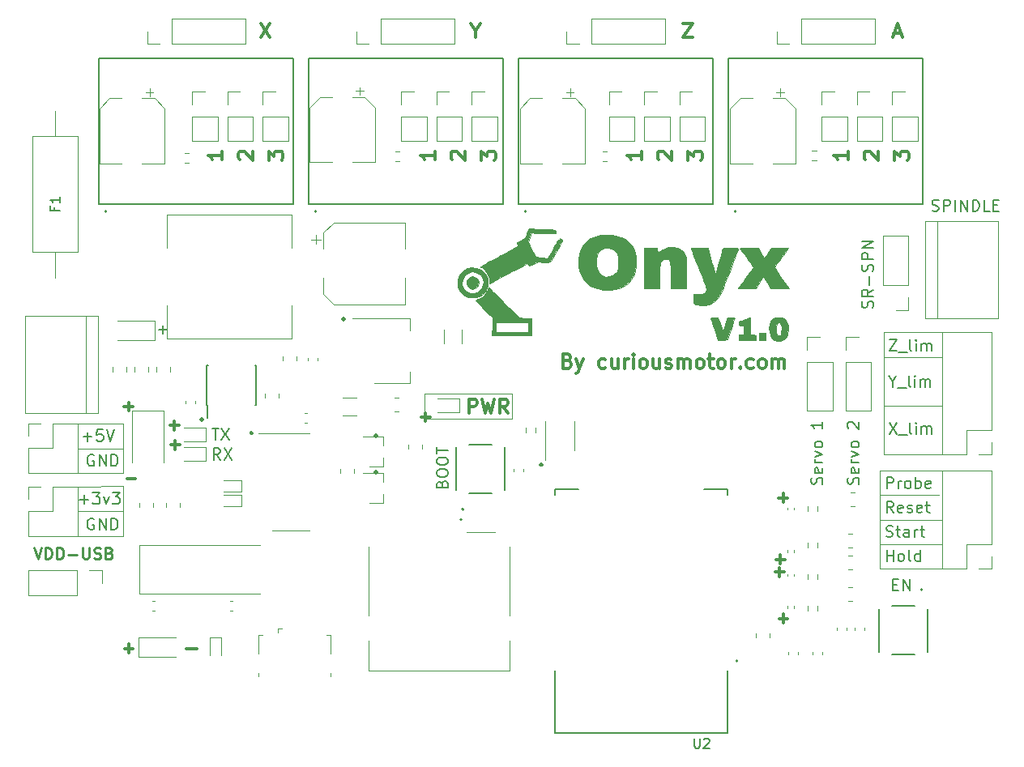
<source format=gto>
G04 #@! TF.GenerationSoftware,KiCad,Pcbnew,(5.1.9)-1*
G04 #@! TF.CreationDate,2021-11-23T21:03:05+05:30*
G04 #@! TF.ProjectId,Onyx PCB,4f6e7978-2050-4434-922e-6b696361645f,rev?*
G04 #@! TF.SameCoordinates,Original*
G04 #@! TF.FileFunction,Legend,Top*
G04 #@! TF.FilePolarity,Positive*
%FSLAX46Y46*%
G04 Gerber Fmt 4.6, Leading zero omitted, Abs format (unit mm)*
G04 Created by KiCad (PCBNEW (5.1.9)-1) date 2021-11-23 21:03:05*
%MOMM*%
%LPD*%
G01*
G04 APERTURE LIST*
%ADD10C,0.300000*%
%ADD11C,0.200000*%
%ADD12C,0.120000*%
%ADD13C,0.250000*%
%ADD14C,0.127000*%
%ADD15C,0.010000*%
%ADD16C,0.150000*%
%ADD17C,0.100000*%
%ADD18C,0.300000*%
%ADD19R,1.330000X1.330000*%
%ADD20R,2.000000X0.900000*%
%ADD21R,0.900000X2.000000*%
%ADD22O,1.700000X1.700000*%
%ADD23R,1.700000X1.700000*%
%ADD24O,0.890000X1.550000*%
%ADD25R,1.200000X1.550000*%
%ADD26R,1.500000X1.550000*%
%ADD27O,1.250000X0.950000*%
%ADD28R,0.400000X1.350000*%
%ADD29R,4.500000X2.000000*%
%ADD30R,1.800000X2.500000*%
%ADD31R,2.000000X1.500000*%
%ADD32R,2.000000X3.800000*%
%ADD33R,0.300000X1.600000*%
%ADD34R,0.600000X1.550000*%
%ADD35R,3.100000X2.600000*%
%ADD36C,1.530000*%
%ADD37R,1.530000X1.530000*%
%ADD38R,0.750000X1.000000*%
%ADD39R,0.900000X0.800000*%
%ADD40C,3.000000*%
%ADD41R,3.000000X3.000000*%
%ADD42R,1.200000X2.200000*%
%ADD43R,1.600000X1.400000*%
%ADD44R,0.700000X1.400000*%
%ADD45C,5.600000*%
%ADD46O,2.400000X2.400000*%
%ADD47C,2.400000*%
%ADD48R,0.900000X1.200000*%
%ADD49R,0.600000X0.700000*%
%ADD50R,0.700000X0.600000*%
G04 APERTURE END LIST*
D10*
X192214557Y-141131914D02*
X193128842Y-141131914D01*
X192671700Y-141589057D02*
X192671700Y-140674771D01*
X191820857Y-136293214D02*
X192735142Y-136293214D01*
X192278000Y-136750357D02*
X192278000Y-135836071D01*
X191909757Y-134972414D02*
X192824042Y-134972414D01*
X192366900Y-135429557D02*
X192366900Y-134515271D01*
X192201857Y-128533514D02*
X193116142Y-128533514D01*
X192659000Y-128990657D02*
X192659000Y-128076371D01*
X131864100Y-120258614D02*
X131935528Y-120330042D01*
X131864100Y-120401471D01*
X131792671Y-120330042D01*
X131864100Y-120258614D01*
X131864100Y-120401471D01*
X167360600Y-124970314D02*
X167432028Y-125041742D01*
X167360600Y-125113171D01*
X167289171Y-125041742D01*
X167360600Y-124970314D01*
X167360600Y-125113171D01*
X123799657Y-144268814D02*
X124713942Y-144268814D01*
X124256800Y-144725957D02*
X124256800Y-143811671D01*
X130238571Y-144264842D02*
X131381428Y-144264842D01*
X146723100Y-109793814D02*
X146794528Y-109865242D01*
X146723100Y-109936671D01*
X146651671Y-109865242D01*
X146723100Y-109793814D01*
X146723100Y-109936671D01*
X154813057Y-120075314D02*
X155727342Y-120075314D01*
X155270200Y-120532457D02*
X155270200Y-119618171D01*
X124066357Y-126552314D02*
X124980642Y-126552314D01*
X123774257Y-118983114D02*
X124688542Y-118983114D01*
X124231400Y-119440257D02*
X124231400Y-118525971D01*
X128663757Y-122983614D02*
X129578042Y-122983614D01*
X129120900Y-123440757D02*
X129120900Y-122526471D01*
X128587557Y-120951614D02*
X129501842Y-120951614D01*
X129044700Y-121408757D02*
X129044700Y-120494471D01*
X150114000Y-125757714D02*
X150185428Y-125829142D01*
X150114000Y-125900571D01*
X150042571Y-125829142D01*
X150114000Y-125757714D01*
X150114000Y-125900571D01*
X150114000Y-121947714D02*
X150185428Y-122019142D01*
X150114000Y-122090571D01*
X150042571Y-122019142D01*
X150114000Y-121947714D01*
X150114000Y-122090571D01*
X137083800Y-121668314D02*
X137155228Y-121739742D01*
X137083800Y-121811171D01*
X137012371Y-121739742D01*
X137083800Y-121668314D01*
X137083800Y-121811171D01*
D11*
X127368357Y-110944014D02*
X128282642Y-110944014D01*
X127825500Y-111401157D02*
X127825500Y-110486871D01*
D10*
X170148538Y-114192857D02*
X170362824Y-114264285D01*
X170434252Y-114335714D01*
X170505681Y-114478571D01*
X170505681Y-114692857D01*
X170434252Y-114835714D01*
X170362824Y-114907142D01*
X170219967Y-114978571D01*
X169648538Y-114978571D01*
X169648538Y-113478571D01*
X170148538Y-113478571D01*
X170291395Y-113550000D01*
X170362824Y-113621428D01*
X170434252Y-113764285D01*
X170434252Y-113907142D01*
X170362824Y-114050000D01*
X170291395Y-114121428D01*
X170148538Y-114192857D01*
X169648538Y-114192857D01*
X171005681Y-113978571D02*
X171362824Y-114978571D01*
X171719967Y-113978571D02*
X171362824Y-114978571D01*
X171219967Y-115335714D01*
X171148538Y-115407142D01*
X171005681Y-115478571D01*
X174077109Y-114907142D02*
X173934252Y-114978571D01*
X173648538Y-114978571D01*
X173505681Y-114907142D01*
X173434252Y-114835714D01*
X173362824Y-114692857D01*
X173362824Y-114264285D01*
X173434252Y-114121428D01*
X173505681Y-114050000D01*
X173648538Y-113978571D01*
X173934252Y-113978571D01*
X174077109Y-114050000D01*
X175362824Y-113978571D02*
X175362824Y-114978571D01*
X174719967Y-113978571D02*
X174719967Y-114764285D01*
X174791395Y-114907142D01*
X174934252Y-114978571D01*
X175148538Y-114978571D01*
X175291395Y-114907142D01*
X175362824Y-114835714D01*
X176077109Y-114978571D02*
X176077109Y-113978571D01*
X176077109Y-114264285D02*
X176148538Y-114121428D01*
X176219967Y-114050000D01*
X176362824Y-113978571D01*
X176505681Y-113978571D01*
X177005681Y-114978571D02*
X177005681Y-113978571D01*
X177005681Y-113478571D02*
X176934252Y-113550000D01*
X177005681Y-113621428D01*
X177077109Y-113550000D01*
X177005681Y-113478571D01*
X177005681Y-113621428D01*
X177934252Y-114978571D02*
X177791395Y-114907142D01*
X177719967Y-114835714D01*
X177648538Y-114692857D01*
X177648538Y-114264285D01*
X177719967Y-114121428D01*
X177791395Y-114050000D01*
X177934252Y-113978571D01*
X178148538Y-113978571D01*
X178291395Y-114050000D01*
X178362824Y-114121428D01*
X178434252Y-114264285D01*
X178434252Y-114692857D01*
X178362824Y-114835714D01*
X178291395Y-114907142D01*
X178148538Y-114978571D01*
X177934252Y-114978571D01*
X179719967Y-113978571D02*
X179719967Y-114978571D01*
X179077109Y-113978571D02*
X179077109Y-114764285D01*
X179148538Y-114907142D01*
X179291395Y-114978571D01*
X179505681Y-114978571D01*
X179648538Y-114907142D01*
X179719967Y-114835714D01*
X180362824Y-114907142D02*
X180505681Y-114978571D01*
X180791395Y-114978571D01*
X180934252Y-114907142D01*
X181005681Y-114764285D01*
X181005681Y-114692857D01*
X180934252Y-114550000D01*
X180791395Y-114478571D01*
X180577109Y-114478571D01*
X180434252Y-114407142D01*
X180362824Y-114264285D01*
X180362824Y-114192857D01*
X180434252Y-114050000D01*
X180577109Y-113978571D01*
X180791395Y-113978571D01*
X180934252Y-114050000D01*
X181648538Y-114978571D02*
X181648538Y-113978571D01*
X181648538Y-114121428D02*
X181719967Y-114050000D01*
X181862824Y-113978571D01*
X182077109Y-113978571D01*
X182219967Y-114050000D01*
X182291395Y-114192857D01*
X182291395Y-114978571D01*
X182291395Y-114192857D02*
X182362824Y-114050000D01*
X182505681Y-113978571D01*
X182719967Y-113978571D01*
X182862824Y-114050000D01*
X182934252Y-114192857D01*
X182934252Y-114978571D01*
X183862824Y-114978571D02*
X183719967Y-114907142D01*
X183648538Y-114835714D01*
X183577109Y-114692857D01*
X183577109Y-114264285D01*
X183648538Y-114121428D01*
X183719967Y-114050000D01*
X183862824Y-113978571D01*
X184077109Y-113978571D01*
X184219967Y-114050000D01*
X184291395Y-114121428D01*
X184362824Y-114264285D01*
X184362824Y-114692857D01*
X184291395Y-114835714D01*
X184219967Y-114907142D01*
X184077109Y-114978571D01*
X183862824Y-114978571D01*
X184791395Y-113978571D02*
X185362824Y-113978571D01*
X185005681Y-113478571D02*
X185005681Y-114764285D01*
X185077109Y-114907142D01*
X185219967Y-114978571D01*
X185362824Y-114978571D01*
X186077109Y-114978571D02*
X185934252Y-114907142D01*
X185862824Y-114835714D01*
X185791395Y-114692857D01*
X185791395Y-114264285D01*
X185862824Y-114121428D01*
X185934252Y-114050000D01*
X186077109Y-113978571D01*
X186291395Y-113978571D01*
X186434252Y-114050000D01*
X186505681Y-114121428D01*
X186577109Y-114264285D01*
X186577109Y-114692857D01*
X186505681Y-114835714D01*
X186434252Y-114907142D01*
X186291395Y-114978571D01*
X186077109Y-114978571D01*
X187219967Y-114978571D02*
X187219967Y-113978571D01*
X187219967Y-114264285D02*
X187291395Y-114121428D01*
X187362824Y-114050000D01*
X187505681Y-113978571D01*
X187648538Y-113978571D01*
X188148538Y-114835714D02*
X188219967Y-114907142D01*
X188148538Y-114978571D01*
X188077109Y-114907142D01*
X188148538Y-114835714D01*
X188148538Y-114978571D01*
X189505681Y-114907142D02*
X189362824Y-114978571D01*
X189077109Y-114978571D01*
X188934252Y-114907142D01*
X188862824Y-114835714D01*
X188791395Y-114692857D01*
X188791395Y-114264285D01*
X188862824Y-114121428D01*
X188934252Y-114050000D01*
X189077109Y-113978571D01*
X189362824Y-113978571D01*
X189505681Y-114050000D01*
X190362824Y-114978571D02*
X190219967Y-114907142D01*
X190148538Y-114835714D01*
X190077109Y-114692857D01*
X190077109Y-114264285D01*
X190148538Y-114121428D01*
X190219967Y-114050000D01*
X190362824Y-113978571D01*
X190577109Y-113978571D01*
X190719967Y-114050000D01*
X190791395Y-114121428D01*
X190862824Y-114264285D01*
X190862824Y-114692857D01*
X190791395Y-114835714D01*
X190719967Y-114907142D01*
X190577109Y-114978571D01*
X190362824Y-114978571D01*
X191505681Y-114978571D02*
X191505681Y-113978571D01*
X191505681Y-114121428D02*
X191577109Y-114050000D01*
X191719967Y-113978571D01*
X191934252Y-113978571D01*
X192077109Y-114050000D01*
X192148538Y-114192857D01*
X192148538Y-114978571D01*
X192148538Y-114192857D02*
X192219967Y-114050000D01*
X192362824Y-113978571D01*
X192577109Y-113978571D01*
X192719967Y-114050000D01*
X192791395Y-114192857D01*
X192791395Y-114978571D01*
X138878571Y-93210000D02*
X138878571Y-92281428D01*
X139450000Y-92781428D01*
X139450000Y-92567142D01*
X139521428Y-92424285D01*
X139592857Y-92352857D01*
X139735714Y-92281428D01*
X140092857Y-92281428D01*
X140235714Y-92352857D01*
X140307142Y-92424285D01*
X140378571Y-92567142D01*
X140378571Y-92995714D01*
X140307142Y-93138571D01*
X140235714Y-93210000D01*
D11*
X208223272Y-98504313D02*
X208394701Y-98561456D01*
X208680415Y-98561456D01*
X208794701Y-98504313D01*
X208851844Y-98447170D01*
X208908987Y-98332884D01*
X208908987Y-98218599D01*
X208851844Y-98104313D01*
X208794701Y-98047170D01*
X208680415Y-97990027D01*
X208451844Y-97932884D01*
X208337558Y-97875741D01*
X208280415Y-97818599D01*
X208223272Y-97704313D01*
X208223272Y-97590027D01*
X208280415Y-97475741D01*
X208337558Y-97418599D01*
X208451844Y-97361456D01*
X208737558Y-97361456D01*
X208908987Y-97418599D01*
X209423272Y-98561456D02*
X209423272Y-97361456D01*
X209880415Y-97361456D01*
X209994701Y-97418599D01*
X210051844Y-97475741D01*
X210108987Y-97590027D01*
X210108987Y-97761456D01*
X210051844Y-97875741D01*
X209994701Y-97932884D01*
X209880415Y-97990027D01*
X209423272Y-97990027D01*
X210623272Y-98561456D02*
X210623272Y-97361456D01*
X211194701Y-98561456D02*
X211194701Y-97361456D01*
X211880415Y-98561456D01*
X211880415Y-97361456D01*
X212451844Y-98561456D02*
X212451844Y-97361456D01*
X212737558Y-97361456D01*
X212908987Y-97418599D01*
X213023272Y-97532884D01*
X213080415Y-97647170D01*
X213137558Y-97875741D01*
X213137558Y-98047170D01*
X213080415Y-98275741D01*
X213023272Y-98390027D01*
X212908987Y-98504313D01*
X212737558Y-98561456D01*
X212451844Y-98561456D01*
X214223272Y-98561456D02*
X213651844Y-98561456D01*
X213651844Y-97361456D01*
X214623272Y-97932884D02*
X215023272Y-97932884D01*
X215194701Y-98561456D02*
X214623272Y-98561456D01*
X214623272Y-97361456D01*
X215194701Y-97361456D01*
D10*
X135846428Y-93138571D02*
X135775000Y-93067142D01*
X135703571Y-92924285D01*
X135703571Y-92567142D01*
X135775000Y-92424285D01*
X135846428Y-92352857D01*
X135989285Y-92281428D01*
X136132142Y-92281428D01*
X136346428Y-92352857D01*
X137203571Y-93210000D01*
X137203571Y-92281428D01*
X134028571Y-92281428D02*
X134028571Y-93138571D01*
X134028571Y-92710000D02*
X132528571Y-92710000D01*
X132742857Y-92852857D01*
X132885714Y-92995714D01*
X132957142Y-93138571D01*
X161103571Y-93210000D02*
X161103571Y-92281428D01*
X161675000Y-92781428D01*
X161675000Y-92567142D01*
X161746428Y-92424285D01*
X161817857Y-92352857D01*
X161960714Y-92281428D01*
X162317857Y-92281428D01*
X162460714Y-92352857D01*
X162532142Y-92424285D01*
X162603571Y-92567142D01*
X162603571Y-92995714D01*
X162532142Y-93138571D01*
X162460714Y-93210000D01*
X158071428Y-93138571D02*
X158000000Y-93067142D01*
X157928571Y-92924285D01*
X157928571Y-92567142D01*
X158000000Y-92424285D01*
X158071428Y-92352857D01*
X158214285Y-92281428D01*
X158357142Y-92281428D01*
X158571428Y-92352857D01*
X159428571Y-93210000D01*
X159428571Y-92281428D01*
X156253571Y-92281428D02*
X156253571Y-93138571D01*
X156253571Y-92710000D02*
X154753571Y-92710000D01*
X154967857Y-92852857D01*
X155110714Y-92995714D01*
X155182142Y-93138571D01*
X182693571Y-93210000D02*
X182693571Y-92281428D01*
X183265000Y-92781428D01*
X183265000Y-92567142D01*
X183336428Y-92424285D01*
X183407857Y-92352857D01*
X183550714Y-92281428D01*
X183907857Y-92281428D01*
X184050714Y-92352857D01*
X184122142Y-92424285D01*
X184193571Y-92567142D01*
X184193571Y-92995714D01*
X184122142Y-93138571D01*
X184050714Y-93210000D01*
X179661428Y-93138571D02*
X179590000Y-93067142D01*
X179518571Y-92924285D01*
X179518571Y-92567142D01*
X179590000Y-92424285D01*
X179661428Y-92352857D01*
X179804285Y-92281428D01*
X179947142Y-92281428D01*
X180161428Y-92352857D01*
X181018571Y-93210000D01*
X181018571Y-92281428D01*
X177843571Y-92281428D02*
X177843571Y-93138571D01*
X177843571Y-92710000D02*
X176343571Y-92710000D01*
X176557857Y-92852857D01*
X176700714Y-92995714D01*
X176772142Y-93138571D01*
X204283571Y-93210000D02*
X204283571Y-92281428D01*
X204855000Y-92781428D01*
X204855000Y-92567142D01*
X204926428Y-92424285D01*
X204997857Y-92352857D01*
X205140714Y-92281428D01*
X205497857Y-92281428D01*
X205640714Y-92352857D01*
X205712142Y-92424285D01*
X205783571Y-92567142D01*
X205783571Y-92995714D01*
X205712142Y-93138571D01*
X205640714Y-93210000D01*
X201251428Y-93138571D02*
X201180000Y-93067142D01*
X201108571Y-92924285D01*
X201108571Y-92567142D01*
X201180000Y-92424285D01*
X201251428Y-92352857D01*
X201394285Y-92281428D01*
X201537142Y-92281428D01*
X201751428Y-92352857D01*
X202608571Y-93210000D01*
X202608571Y-92281428D01*
X199433571Y-92281428D02*
X199433571Y-93138571D01*
X199433571Y-92710000D02*
X197933571Y-92710000D01*
X198147857Y-92852857D01*
X198290714Y-92995714D01*
X198362142Y-93138571D01*
D11*
X200510714Y-127082142D02*
X200567857Y-126910714D01*
X200567857Y-126625000D01*
X200510714Y-126510714D01*
X200453571Y-126453571D01*
X200339285Y-126396428D01*
X200225000Y-126396428D01*
X200110714Y-126453571D01*
X200053571Y-126510714D01*
X199996428Y-126625000D01*
X199939285Y-126853571D01*
X199882142Y-126967857D01*
X199825000Y-127025000D01*
X199710714Y-127082142D01*
X199596428Y-127082142D01*
X199482142Y-127025000D01*
X199425000Y-126967857D01*
X199367857Y-126853571D01*
X199367857Y-126567857D01*
X199425000Y-126396428D01*
X200510714Y-125425000D02*
X200567857Y-125539285D01*
X200567857Y-125767857D01*
X200510714Y-125882142D01*
X200396428Y-125939285D01*
X199939285Y-125939285D01*
X199825000Y-125882142D01*
X199767857Y-125767857D01*
X199767857Y-125539285D01*
X199825000Y-125425000D01*
X199939285Y-125367857D01*
X200053571Y-125367857D01*
X200167857Y-125939285D01*
X200567857Y-124853571D02*
X199767857Y-124853571D01*
X199996428Y-124853571D02*
X199882142Y-124796428D01*
X199825000Y-124739285D01*
X199767857Y-124625000D01*
X199767857Y-124510714D01*
X199767857Y-124225000D02*
X200567857Y-123939285D01*
X199767857Y-123653571D01*
X200567857Y-123025000D02*
X200510714Y-123139285D01*
X200453571Y-123196428D01*
X200339285Y-123253571D01*
X199996428Y-123253571D01*
X199882142Y-123196428D01*
X199825000Y-123139285D01*
X199767857Y-123025000D01*
X199767857Y-122853571D01*
X199825000Y-122739285D01*
X199882142Y-122682142D01*
X199996428Y-122625000D01*
X200339285Y-122625000D01*
X200453571Y-122682142D01*
X200510714Y-122739285D01*
X200567857Y-122853571D01*
X200567857Y-123025000D01*
X199482142Y-121253571D02*
X199425000Y-121196428D01*
X199367857Y-121082142D01*
X199367857Y-120796428D01*
X199425000Y-120682142D01*
X199482142Y-120625000D01*
X199596428Y-120567857D01*
X199710714Y-120567857D01*
X199882142Y-120625000D01*
X200567857Y-121310714D01*
X200567857Y-120567857D01*
X196700714Y-127082142D02*
X196757857Y-126910714D01*
X196757857Y-126625000D01*
X196700714Y-126510714D01*
X196643571Y-126453571D01*
X196529285Y-126396428D01*
X196415000Y-126396428D01*
X196300714Y-126453571D01*
X196243571Y-126510714D01*
X196186428Y-126625000D01*
X196129285Y-126853571D01*
X196072142Y-126967857D01*
X196015000Y-127025000D01*
X195900714Y-127082142D01*
X195786428Y-127082142D01*
X195672142Y-127025000D01*
X195615000Y-126967857D01*
X195557857Y-126853571D01*
X195557857Y-126567857D01*
X195615000Y-126396428D01*
X196700714Y-125425000D02*
X196757857Y-125539285D01*
X196757857Y-125767857D01*
X196700714Y-125882142D01*
X196586428Y-125939285D01*
X196129285Y-125939285D01*
X196015000Y-125882142D01*
X195957857Y-125767857D01*
X195957857Y-125539285D01*
X196015000Y-125425000D01*
X196129285Y-125367857D01*
X196243571Y-125367857D01*
X196357857Y-125939285D01*
X196757857Y-124853571D02*
X195957857Y-124853571D01*
X196186428Y-124853571D02*
X196072142Y-124796428D01*
X196015000Y-124739285D01*
X195957857Y-124625000D01*
X195957857Y-124510714D01*
X195957857Y-124225000D02*
X196757857Y-123939285D01*
X195957857Y-123653571D01*
X196757857Y-123025000D02*
X196700714Y-123139285D01*
X196643571Y-123196428D01*
X196529285Y-123253571D01*
X196186428Y-123253571D01*
X196072142Y-123196428D01*
X196015000Y-123139285D01*
X195957857Y-123025000D01*
X195957857Y-122853571D01*
X196015000Y-122739285D01*
X196072142Y-122682142D01*
X196186428Y-122625000D01*
X196529285Y-122625000D01*
X196643571Y-122682142D01*
X196700714Y-122739285D01*
X196757857Y-122853571D01*
X196757857Y-123025000D01*
X196757857Y-120567857D02*
X196757857Y-121253571D01*
X196757857Y-120910714D02*
X195557857Y-120910714D01*
X195729285Y-121025000D01*
X195843571Y-121139285D01*
X195900714Y-121253571D01*
X202009315Y-108641716D02*
X202066458Y-108470287D01*
X202066458Y-108184573D01*
X202009315Y-108070287D01*
X201952172Y-108013144D01*
X201837886Y-107956002D01*
X201723601Y-107956002D01*
X201609315Y-108013144D01*
X201552172Y-108070287D01*
X201495029Y-108184573D01*
X201437886Y-108413144D01*
X201380743Y-108527430D01*
X201323601Y-108584573D01*
X201209315Y-108641716D01*
X201095029Y-108641716D01*
X200980743Y-108584573D01*
X200923601Y-108527430D01*
X200866458Y-108413144D01*
X200866458Y-108127430D01*
X200923601Y-107956002D01*
X202066458Y-106756002D02*
X201495029Y-107156002D01*
X202066458Y-107441716D02*
X200866458Y-107441716D01*
X200866458Y-106984573D01*
X200923601Y-106870287D01*
X200980743Y-106813144D01*
X201095029Y-106756002D01*
X201266458Y-106756002D01*
X201380743Y-106813144D01*
X201437886Y-106870287D01*
X201495029Y-106984573D01*
X201495029Y-107441716D01*
X201609315Y-106241716D02*
X201609315Y-105327430D01*
X202009315Y-104813144D02*
X202066458Y-104641716D01*
X202066458Y-104356002D01*
X202009315Y-104241716D01*
X201952172Y-104184573D01*
X201837886Y-104127430D01*
X201723601Y-104127430D01*
X201609315Y-104184573D01*
X201552172Y-104241716D01*
X201495029Y-104356002D01*
X201437886Y-104584573D01*
X201380743Y-104698859D01*
X201323601Y-104756002D01*
X201209315Y-104813144D01*
X201095029Y-104813144D01*
X200980743Y-104756002D01*
X200923601Y-104698859D01*
X200866458Y-104584573D01*
X200866458Y-104298859D01*
X200923601Y-104127430D01*
X202066458Y-103613144D02*
X200866458Y-103613144D01*
X200866458Y-103156002D01*
X200923601Y-103041716D01*
X200980743Y-102984573D01*
X201095029Y-102927430D01*
X201266458Y-102927430D01*
X201380743Y-102984573D01*
X201437886Y-103041716D01*
X201495029Y-103156002D01*
X201495029Y-103613144D01*
X202066458Y-102413144D02*
X200866458Y-102413144D01*
X202066458Y-101727430D01*
X200866458Y-101727430D01*
D10*
X204229697Y-79985680D02*
X204943982Y-79985680D01*
X204086840Y-80414251D02*
X204586840Y-78914251D01*
X205086840Y-80414251D01*
X182181880Y-78914251D02*
X183181880Y-78914251D01*
X182181880Y-80414251D01*
X183181880Y-80414251D01*
X160528000Y-79699965D02*
X160528000Y-80414251D01*
X160028000Y-78914251D02*
X160528000Y-79699965D01*
X161028000Y-78914251D01*
X138036680Y-78914251D02*
X139036680Y-80414251D01*
X139036680Y-78914251D02*
X138036680Y-80414251D01*
D11*
X133816097Y-124530417D02*
X133416097Y-123958988D01*
X133130382Y-124530417D02*
X133130382Y-123330417D01*
X133587525Y-123330417D01*
X133701811Y-123387560D01*
X133758954Y-123444702D01*
X133816097Y-123558988D01*
X133816097Y-123730417D01*
X133758954Y-123844702D01*
X133701811Y-123901845D01*
X133587525Y-123958988D01*
X133130382Y-123958988D01*
X134216097Y-123330417D02*
X135016097Y-124530417D01*
X135016097Y-123330417D02*
X134216097Y-124530417D01*
X132958954Y-121252697D02*
X133644668Y-121252697D01*
X133301811Y-122452697D02*
X133301811Y-121252697D01*
X133930382Y-121252697D02*
X134730382Y-122452697D01*
X134730382Y-121252697D02*
X133930382Y-122452697D01*
X157003125Y-127074794D02*
X157060268Y-126903365D01*
X157117411Y-126846223D01*
X157231697Y-126789080D01*
X157403125Y-126789080D01*
X157517411Y-126846223D01*
X157574554Y-126903365D01*
X157631697Y-127017651D01*
X157631697Y-127474794D01*
X156431697Y-127474794D01*
X156431697Y-127074794D01*
X156488840Y-126960508D01*
X156545982Y-126903365D01*
X156660268Y-126846223D01*
X156774554Y-126846223D01*
X156888840Y-126903365D01*
X156945982Y-126960508D01*
X157003125Y-127074794D01*
X157003125Y-127474794D01*
X156431697Y-126046223D02*
X156431697Y-125817651D01*
X156488840Y-125703365D01*
X156603125Y-125589080D01*
X156831697Y-125531937D01*
X157231697Y-125531937D01*
X157460268Y-125589080D01*
X157574554Y-125703365D01*
X157631697Y-125817651D01*
X157631697Y-126046223D01*
X157574554Y-126160508D01*
X157460268Y-126274794D01*
X157231697Y-126331937D01*
X156831697Y-126331937D01*
X156603125Y-126274794D01*
X156488840Y-126160508D01*
X156431697Y-126046223D01*
X156431697Y-124789080D02*
X156431697Y-124560508D01*
X156488840Y-124446223D01*
X156603125Y-124331937D01*
X156831697Y-124274794D01*
X157231697Y-124274794D01*
X157460268Y-124331937D01*
X157574554Y-124446223D01*
X157631697Y-124560508D01*
X157631697Y-124789080D01*
X157574554Y-124903365D01*
X157460268Y-125017651D01*
X157231697Y-125074794D01*
X156831697Y-125074794D01*
X156603125Y-125017651D01*
X156488840Y-124903365D01*
X156431697Y-124789080D01*
X156431697Y-123931937D02*
X156431697Y-123246223D01*
X157631697Y-123589080D02*
X156431697Y-123589080D01*
X204092285Y-137582285D02*
X204492285Y-137582285D01*
X204663714Y-138210857D02*
X204092285Y-138210857D01*
X204092285Y-137010857D01*
X204663714Y-137010857D01*
X205178000Y-138210857D02*
X205178000Y-137010857D01*
X205863714Y-138210857D01*
X205863714Y-137010857D01*
D12*
X118926920Y-132515920D02*
X123667520Y-132506720D01*
X118917720Y-127325120D02*
X123677680Y-127320040D01*
X123677680Y-127320040D02*
X123687840Y-132516880D01*
X118917720Y-129941320D02*
X123692920Y-129941320D01*
D11*
X120604394Y-130712920D02*
X120490108Y-130655777D01*
X120318680Y-130655777D01*
X120147251Y-130712920D01*
X120032965Y-130827205D01*
X119975822Y-130941491D01*
X119918680Y-131170062D01*
X119918680Y-131341491D01*
X119975822Y-131570062D01*
X120032965Y-131684348D01*
X120147251Y-131798634D01*
X120318680Y-131855777D01*
X120432965Y-131855777D01*
X120604394Y-131798634D01*
X120661537Y-131741491D01*
X120661537Y-131341491D01*
X120432965Y-131341491D01*
X121175822Y-131855777D02*
X121175822Y-130655777D01*
X121861537Y-131855777D01*
X121861537Y-130655777D01*
X122432965Y-131855777D02*
X122432965Y-130655777D01*
X122718680Y-130655777D01*
X122890108Y-130712920D01*
X123004394Y-130827205D01*
X123061537Y-130941491D01*
X123118680Y-131170062D01*
X123118680Y-131341491D01*
X123061537Y-131570062D01*
X123004394Y-131684348D01*
X122890108Y-131798634D01*
X122718680Y-131855777D01*
X122432965Y-131855777D01*
X119121177Y-128701154D02*
X120035462Y-128701154D01*
X119578320Y-129158297D02*
X119578320Y-128244011D01*
X120492605Y-127958297D02*
X121235462Y-127958297D01*
X120835462Y-128415440D01*
X121006891Y-128415440D01*
X121121177Y-128472582D01*
X121178320Y-128529725D01*
X121235462Y-128644011D01*
X121235462Y-128929725D01*
X121178320Y-129044011D01*
X121121177Y-129101154D01*
X121006891Y-129158297D01*
X120664034Y-129158297D01*
X120549748Y-129101154D01*
X120492605Y-129044011D01*
X121635462Y-128358297D02*
X121921177Y-129158297D01*
X122206891Y-128358297D01*
X122549748Y-127958297D02*
X123292605Y-127958297D01*
X122892605Y-128415440D01*
X123064034Y-128415440D01*
X123178320Y-128472582D01*
X123235462Y-128529725D01*
X123292605Y-128644011D01*
X123292605Y-128929725D01*
X123235462Y-129044011D01*
X123178320Y-129101154D01*
X123064034Y-129158297D01*
X122721177Y-129158297D01*
X122606891Y-129101154D01*
X122549748Y-129044011D01*
D12*
X118922800Y-123342400D02*
X123698000Y-123342400D01*
X118932000Y-125917000D02*
X123672600Y-125907800D01*
X123682760Y-120721120D02*
X123692920Y-125917960D01*
X118922800Y-120726200D02*
X123682760Y-120721120D01*
X209245200Y-118872000D02*
X203200000Y-118872000D01*
X209245200Y-113792000D02*
X203200000Y-113792000D01*
X203454000Y-124002800D02*
X203200000Y-124002800D01*
X209245200Y-124002800D02*
X203454000Y-124002800D01*
X203200000Y-111201200D02*
X203200000Y-123952000D01*
X209245200Y-111201200D02*
X203200000Y-111201200D01*
X202996800Y-135940800D02*
X202742800Y-135940800D01*
X202742800Y-128219200D02*
X208940400Y-128219200D01*
X202742800Y-130810000D02*
X209194400Y-130810000D01*
X202793600Y-133350000D02*
X209194400Y-133350000D01*
X209236000Y-135950000D02*
X202996800Y-135940800D01*
X202742800Y-125679200D02*
X202742800Y-135890000D01*
X209245200Y-125679200D02*
X202742800Y-125679200D01*
X209236000Y-125670000D02*
X209245200Y-125679200D01*
D11*
X203736857Y-111966457D02*
X204536857Y-111966457D01*
X203736857Y-113166457D01*
X204536857Y-113166457D01*
X204708285Y-113280742D02*
X205622571Y-113280742D01*
X206079714Y-113166457D02*
X205965428Y-113109314D01*
X205908285Y-112995028D01*
X205908285Y-111966457D01*
X206536857Y-113166457D02*
X206536857Y-112366457D01*
X206536857Y-111966457D02*
X206479714Y-112023600D01*
X206536857Y-112080742D01*
X206594000Y-112023600D01*
X206536857Y-111966457D01*
X206536857Y-112080742D01*
X207108285Y-113166457D02*
X207108285Y-112366457D01*
X207108285Y-112480742D02*
X207165428Y-112423600D01*
X207279714Y-112366457D01*
X207451142Y-112366457D01*
X207565428Y-112423600D01*
X207622571Y-112537885D01*
X207622571Y-113166457D01*
X207622571Y-112537885D02*
X207679714Y-112423600D01*
X207794000Y-112366457D01*
X207965428Y-112366457D01*
X208079714Y-112423600D01*
X208136857Y-112537885D01*
X208136857Y-113166457D01*
X204079714Y-116354228D02*
X204079714Y-116925657D01*
X203679714Y-115725657D02*
X204079714Y-116354228D01*
X204479714Y-115725657D01*
X204593999Y-117039942D02*
X205508285Y-117039942D01*
X205965428Y-116925657D02*
X205851142Y-116868514D01*
X205793999Y-116754228D01*
X205793999Y-115725657D01*
X206422571Y-116925657D02*
X206422571Y-116125657D01*
X206422571Y-115725657D02*
X206365428Y-115782800D01*
X206422571Y-115839942D01*
X206479714Y-115782800D01*
X206422571Y-115725657D01*
X206422571Y-115839942D01*
X206993999Y-116925657D02*
X206993999Y-116125657D01*
X206993999Y-116239942D02*
X207051142Y-116182800D01*
X207165428Y-116125657D01*
X207336857Y-116125657D01*
X207451142Y-116182800D01*
X207508285Y-116297085D01*
X207508285Y-116925657D01*
X207508285Y-116297085D02*
X207565428Y-116182800D01*
X207679714Y-116125657D01*
X207851142Y-116125657D01*
X207965428Y-116182800D01*
X208022571Y-116297085D01*
X208022571Y-116925657D01*
X203736857Y-120653257D02*
X204536857Y-121853257D01*
X204536857Y-120653257D02*
X203736857Y-121853257D01*
X204708285Y-121967542D02*
X205622571Y-121967542D01*
X206079714Y-121853257D02*
X205965428Y-121796114D01*
X205908285Y-121681828D01*
X205908285Y-120653257D01*
X206536857Y-121853257D02*
X206536857Y-121053257D01*
X206536857Y-120653257D02*
X206479714Y-120710400D01*
X206536857Y-120767542D01*
X206594000Y-120710400D01*
X206536857Y-120653257D01*
X206536857Y-120767542D01*
X207108285Y-121853257D02*
X207108285Y-121053257D01*
X207108285Y-121167542D02*
X207165428Y-121110400D01*
X207279714Y-121053257D01*
X207451142Y-121053257D01*
X207565428Y-121110400D01*
X207622571Y-121224685D01*
X207622571Y-121853257D01*
X207622571Y-121224685D02*
X207679714Y-121110400D01*
X207794000Y-121053257D01*
X207965428Y-121053257D01*
X208079714Y-121110400D01*
X208136857Y-121224685D01*
X208136857Y-121853257D01*
X203473199Y-127542857D02*
X203473199Y-126342857D01*
X203930342Y-126342857D01*
X204044628Y-126400000D01*
X204101771Y-126457142D01*
X204158914Y-126571428D01*
X204158914Y-126742857D01*
X204101771Y-126857142D01*
X204044628Y-126914285D01*
X203930342Y-126971428D01*
X203473199Y-126971428D01*
X204673199Y-127542857D02*
X204673199Y-126742857D01*
X204673199Y-126971428D02*
X204730342Y-126857142D01*
X204787485Y-126800000D01*
X204901771Y-126742857D01*
X205016056Y-126742857D01*
X205587485Y-127542857D02*
X205473199Y-127485714D01*
X205416056Y-127428571D01*
X205358914Y-127314285D01*
X205358914Y-126971428D01*
X205416056Y-126857142D01*
X205473199Y-126800000D01*
X205587485Y-126742857D01*
X205758914Y-126742857D01*
X205873199Y-126800000D01*
X205930342Y-126857142D01*
X205987485Y-126971428D01*
X205987485Y-127314285D01*
X205930342Y-127428571D01*
X205873199Y-127485714D01*
X205758914Y-127542857D01*
X205587485Y-127542857D01*
X206501771Y-127542857D02*
X206501771Y-126342857D01*
X206501771Y-126800000D02*
X206616056Y-126742857D01*
X206844628Y-126742857D01*
X206958914Y-126800000D01*
X207016056Y-126857142D01*
X207073199Y-126971428D01*
X207073199Y-127314285D01*
X207016056Y-127428571D01*
X206958914Y-127485714D01*
X206844628Y-127542857D01*
X206616056Y-127542857D01*
X206501771Y-127485714D01*
X208044628Y-127485714D02*
X207930342Y-127542857D01*
X207701771Y-127542857D01*
X207587485Y-127485714D01*
X207530342Y-127371428D01*
X207530342Y-126914285D01*
X207587485Y-126800000D01*
X207701771Y-126742857D01*
X207930342Y-126742857D01*
X208044628Y-126800000D01*
X208101771Y-126914285D01*
X208101771Y-127028571D01*
X207530342Y-127142857D01*
X204158914Y-130082857D02*
X203758914Y-129511428D01*
X203473200Y-130082857D02*
X203473200Y-128882857D01*
X203930343Y-128882857D01*
X204044629Y-128940000D01*
X204101771Y-128997142D01*
X204158914Y-129111428D01*
X204158914Y-129282857D01*
X204101771Y-129397142D01*
X204044629Y-129454285D01*
X203930343Y-129511428D01*
X203473200Y-129511428D01*
X205130343Y-130025714D02*
X205016057Y-130082857D01*
X204787486Y-130082857D01*
X204673200Y-130025714D01*
X204616057Y-129911428D01*
X204616057Y-129454285D01*
X204673200Y-129340000D01*
X204787486Y-129282857D01*
X205016057Y-129282857D01*
X205130343Y-129340000D01*
X205187486Y-129454285D01*
X205187486Y-129568571D01*
X204616057Y-129682857D01*
X205644629Y-130025714D02*
X205758914Y-130082857D01*
X205987486Y-130082857D01*
X206101771Y-130025714D01*
X206158914Y-129911428D01*
X206158914Y-129854285D01*
X206101771Y-129740000D01*
X205987486Y-129682857D01*
X205816057Y-129682857D01*
X205701771Y-129625714D01*
X205644629Y-129511428D01*
X205644629Y-129454285D01*
X205701771Y-129340000D01*
X205816057Y-129282857D01*
X205987486Y-129282857D01*
X206101771Y-129340000D01*
X207130343Y-130025714D02*
X207016057Y-130082857D01*
X206787486Y-130082857D01*
X206673200Y-130025714D01*
X206616057Y-129911428D01*
X206616057Y-129454285D01*
X206673200Y-129340000D01*
X206787486Y-129282857D01*
X207016057Y-129282857D01*
X207130343Y-129340000D01*
X207187486Y-129454285D01*
X207187486Y-129568571D01*
X206616057Y-129682857D01*
X207530343Y-129282857D02*
X207987486Y-129282857D01*
X207701771Y-128882857D02*
X207701771Y-129911428D01*
X207758914Y-130025714D01*
X207873200Y-130082857D01*
X207987486Y-130082857D01*
X203416056Y-132565714D02*
X203587485Y-132622857D01*
X203873199Y-132622857D01*
X203987485Y-132565714D01*
X204044628Y-132508571D01*
X204101771Y-132394285D01*
X204101771Y-132280000D01*
X204044628Y-132165714D01*
X203987485Y-132108571D01*
X203873199Y-132051428D01*
X203644628Y-131994285D01*
X203530342Y-131937142D01*
X203473199Y-131880000D01*
X203416056Y-131765714D01*
X203416056Y-131651428D01*
X203473199Y-131537142D01*
X203530342Y-131480000D01*
X203644628Y-131422857D01*
X203930342Y-131422857D01*
X204101771Y-131480000D01*
X204444628Y-131822857D02*
X204901771Y-131822857D01*
X204616056Y-131422857D02*
X204616056Y-132451428D01*
X204673199Y-132565714D01*
X204787485Y-132622857D01*
X204901771Y-132622857D01*
X205816056Y-132622857D02*
X205816056Y-131994285D01*
X205758914Y-131880000D01*
X205644628Y-131822857D01*
X205416056Y-131822857D01*
X205301771Y-131880000D01*
X205816056Y-132565714D02*
X205701771Y-132622857D01*
X205416056Y-132622857D01*
X205301771Y-132565714D01*
X205244628Y-132451428D01*
X205244628Y-132337142D01*
X205301771Y-132222857D01*
X205416056Y-132165714D01*
X205701771Y-132165714D01*
X205816056Y-132108571D01*
X206387485Y-132622857D02*
X206387485Y-131822857D01*
X206387485Y-132051428D02*
X206444628Y-131937142D01*
X206501771Y-131880000D01*
X206616056Y-131822857D01*
X206730342Y-131822857D01*
X206958914Y-131822857D02*
X207416056Y-131822857D01*
X207130342Y-131422857D02*
X207130342Y-132451428D01*
X207187485Y-132565714D01*
X207301771Y-132622857D01*
X207416056Y-132622857D01*
X203473199Y-135162857D02*
X203473199Y-133962857D01*
X203473199Y-134534285D02*
X204158914Y-134534285D01*
X204158914Y-135162857D02*
X204158914Y-133962857D01*
X204901771Y-135162857D02*
X204787485Y-135105714D01*
X204730342Y-135048571D01*
X204673199Y-134934285D01*
X204673199Y-134591428D01*
X204730342Y-134477142D01*
X204787485Y-134420000D01*
X204901771Y-134362857D01*
X205073199Y-134362857D01*
X205187485Y-134420000D01*
X205244628Y-134477142D01*
X205301771Y-134591428D01*
X205301771Y-134934285D01*
X205244628Y-135048571D01*
X205187485Y-135105714D01*
X205073199Y-135162857D01*
X204901771Y-135162857D01*
X205987485Y-135162857D02*
X205873199Y-135105714D01*
X205816057Y-134991428D01*
X205816057Y-133962857D01*
X206958914Y-135162857D02*
X206958914Y-133962857D01*
X206958914Y-135105714D02*
X206844628Y-135162857D01*
X206616057Y-135162857D01*
X206501771Y-135105714D01*
X206444628Y-135048571D01*
X206387485Y-134934285D01*
X206387485Y-134591428D01*
X206444628Y-134477142D01*
X206501771Y-134420000D01*
X206616057Y-134362857D01*
X206844628Y-134362857D01*
X206958914Y-134420000D01*
X120604394Y-124047960D02*
X120490108Y-123990817D01*
X120318680Y-123990817D01*
X120147251Y-124047960D01*
X120032965Y-124162245D01*
X119975822Y-124276531D01*
X119918680Y-124505102D01*
X119918680Y-124676531D01*
X119975822Y-124905102D01*
X120032965Y-125019388D01*
X120147251Y-125133674D01*
X120318680Y-125190817D01*
X120432965Y-125190817D01*
X120604394Y-125133674D01*
X120661537Y-125076531D01*
X120661537Y-124676531D01*
X120432965Y-124676531D01*
X121175822Y-125190817D02*
X121175822Y-123990817D01*
X121861537Y-125190817D01*
X121861537Y-123990817D01*
X122432965Y-125190817D02*
X122432965Y-123990817D01*
X122718680Y-123990817D01*
X122890108Y-124047960D01*
X123004394Y-124162245D01*
X123061537Y-124276531D01*
X123118680Y-124505102D01*
X123118680Y-124676531D01*
X123061537Y-124905102D01*
X123004394Y-125019388D01*
X122890108Y-125133674D01*
X122718680Y-125190817D01*
X122432965Y-125190817D01*
X119488142Y-122132714D02*
X120402428Y-122132714D01*
X119945285Y-122589857D02*
X119945285Y-121675571D01*
X121545285Y-121389857D02*
X120973857Y-121389857D01*
X120916714Y-121961285D01*
X120973857Y-121904142D01*
X121088142Y-121847000D01*
X121373857Y-121847000D01*
X121488142Y-121904142D01*
X121545285Y-121961285D01*
X121602428Y-122075571D01*
X121602428Y-122361285D01*
X121545285Y-122475571D01*
X121488142Y-122532714D01*
X121373857Y-122589857D01*
X121088142Y-122589857D01*
X120973857Y-122532714D01*
X120916714Y-122475571D01*
X121945285Y-121389857D02*
X122345285Y-122589857D01*
X122745285Y-121389857D01*
D13*
X114348142Y-133708857D02*
X114748142Y-134908857D01*
X115148142Y-133708857D01*
X115548142Y-134908857D02*
X115548142Y-133708857D01*
X115833857Y-133708857D01*
X116005285Y-133766000D01*
X116119571Y-133880285D01*
X116176714Y-133994571D01*
X116233857Y-134223142D01*
X116233857Y-134394571D01*
X116176714Y-134623142D01*
X116119571Y-134737428D01*
X116005285Y-134851714D01*
X115833857Y-134908857D01*
X115548142Y-134908857D01*
X116748142Y-134908857D02*
X116748142Y-133708857D01*
X117033857Y-133708857D01*
X117205285Y-133766000D01*
X117319571Y-133880285D01*
X117376714Y-133994571D01*
X117433857Y-134223142D01*
X117433857Y-134394571D01*
X117376714Y-134623142D01*
X117319571Y-134737428D01*
X117205285Y-134851714D01*
X117033857Y-134908857D01*
X116748142Y-134908857D01*
X117948142Y-134451714D02*
X118862428Y-134451714D01*
X119433857Y-133708857D02*
X119433857Y-134680285D01*
X119491000Y-134794571D01*
X119548142Y-134851714D01*
X119662428Y-134908857D01*
X119891000Y-134908857D01*
X120005285Y-134851714D01*
X120062428Y-134794571D01*
X120119571Y-134680285D01*
X120119571Y-133708857D01*
X120633857Y-134851714D02*
X120805285Y-134908857D01*
X121091000Y-134908857D01*
X121205285Y-134851714D01*
X121262428Y-134794571D01*
X121319571Y-134680285D01*
X121319571Y-134566000D01*
X121262428Y-134451714D01*
X121205285Y-134394571D01*
X121091000Y-134337428D01*
X120862428Y-134280285D01*
X120748142Y-134223142D01*
X120691000Y-134166000D01*
X120633857Y-134051714D01*
X120633857Y-133937428D01*
X120691000Y-133823142D01*
X120748142Y-133766000D01*
X120862428Y-133708857D01*
X121148142Y-133708857D01*
X121319571Y-133766000D01*
X122233857Y-134280285D02*
X122405285Y-134337428D01*
X122462428Y-134394571D01*
X122519571Y-134508857D01*
X122519571Y-134680285D01*
X122462428Y-134794571D01*
X122405285Y-134851714D01*
X122291000Y-134908857D01*
X121833857Y-134908857D01*
X121833857Y-133708857D01*
X122233857Y-133708857D01*
X122348142Y-133766000D01*
X122405285Y-133823142D01*
X122462428Y-133937428D01*
X122462428Y-134051714D01*
X122405285Y-134166000D01*
X122348142Y-134223142D01*
X122233857Y-134280285D01*
X121833857Y-134280285D01*
D12*
X164338000Y-117602000D02*
X163195000Y-117602000D01*
X164338000Y-120269000D02*
X164338000Y-117602000D01*
X155194000Y-120269000D02*
X164338000Y-120269000D01*
X155194000Y-119761000D02*
X155194000Y-120269000D01*
X155194000Y-117602000D02*
X155194000Y-119761000D01*
X163830000Y-117602000D02*
X155194000Y-117602000D01*
D10*
X159798000Y-119677571D02*
X159798000Y-118177571D01*
X160369428Y-118177571D01*
X160512285Y-118249000D01*
X160583714Y-118320428D01*
X160655142Y-118463285D01*
X160655142Y-118677571D01*
X160583714Y-118820428D01*
X160512285Y-118891857D01*
X160369428Y-118963285D01*
X159798000Y-118963285D01*
X161155142Y-118177571D02*
X161512285Y-119677571D01*
X161798000Y-118606142D01*
X162083714Y-119677571D01*
X162440857Y-118177571D01*
X163869428Y-119677571D02*
X163369428Y-118963285D01*
X163012285Y-119677571D02*
X163012285Y-118177571D01*
X163583714Y-118177571D01*
X163726571Y-118249000D01*
X163798000Y-118320428D01*
X163869428Y-118463285D01*
X163869428Y-118677571D01*
X163798000Y-118820428D01*
X163726571Y-118891857D01*
X163583714Y-118963285D01*
X163012285Y-118963285D01*
D11*
X187900000Y-145585000D02*
G75*
G03*
X187900000Y-145585000I-100000J0D01*
G01*
D14*
X186800000Y-128235000D02*
X186800000Y-127585000D01*
X186800000Y-127585000D02*
X184350000Y-127585000D01*
X171250000Y-127585000D02*
X168800000Y-127585000D01*
X168800000Y-127585000D02*
X168800000Y-128235000D01*
X186800000Y-146585000D02*
X186800000Y-153085000D01*
X186800000Y-153085000D02*
X168800000Y-153085000D01*
X168800000Y-153085000D02*
X168800000Y-146585000D01*
D15*
G36*
X160449610Y-105420936D02*
G01*
X160668289Y-105589231D01*
X160815766Y-105818758D01*
X160854571Y-106008714D01*
X160789808Y-106258911D01*
X160642439Y-106449725D01*
X160384995Y-106626122D01*
X160117782Y-106662629D01*
X159859637Y-106559067D01*
X159743291Y-106458314D01*
X159577445Y-106200366D01*
X159554131Y-105931936D01*
X159673055Y-105668366D01*
X159760417Y-105567703D01*
X160002159Y-105395837D01*
X160201428Y-105355571D01*
X160449610Y-105420936D01*
G37*
X160449610Y-105420936D02*
X160668289Y-105589231D01*
X160815766Y-105818758D01*
X160854571Y-106008714D01*
X160789808Y-106258911D01*
X160642439Y-106449725D01*
X160384995Y-106626122D01*
X160117782Y-106662629D01*
X159859637Y-106559067D01*
X159743291Y-106458314D01*
X159577445Y-106200366D01*
X159554131Y-105931936D01*
X159673055Y-105668366D01*
X159760417Y-105567703D01*
X160002159Y-105395837D01*
X160201428Y-105355571D01*
X160449610Y-105420936D01*
G36*
X167267717Y-100409287D02*
G01*
X167793647Y-100422271D01*
X168191790Y-100438964D01*
X168479504Y-100462683D01*
X168674145Y-100496746D01*
X168793069Y-100544469D01*
X168853632Y-100609170D01*
X168873190Y-100694165D01*
X168873714Y-100716221D01*
X168873714Y-100892428D01*
X168075428Y-100857123D01*
X167689332Y-100841927D01*
X167300704Y-100829795D01*
X166966279Y-100822362D01*
X166815321Y-100820837D01*
X166353500Y-100819857D01*
X166168067Y-101320579D01*
X165982633Y-101821300D01*
X166156422Y-102155150D01*
X166293111Y-102410175D01*
X166458762Y-102708968D01*
X166564094Y-102893997D01*
X166797977Y-103298994D01*
X167327846Y-103393406D01*
X167596015Y-103443153D01*
X167810361Y-103486526D01*
X167928622Y-103514921D01*
X167934007Y-103516782D01*
X167994748Y-103467445D01*
X168109377Y-103312115D01*
X168263277Y-103072758D01*
X168441828Y-102771340D01*
X168507848Y-102654516D01*
X168754246Y-102215289D01*
X168942123Y-101888593D01*
X169082626Y-101659624D01*
X169186900Y-101513584D01*
X169266090Y-101435669D01*
X169331342Y-101411079D01*
X169393801Y-101425013D01*
X169422894Y-101439333D01*
X169534161Y-101535282D01*
X169559980Y-101602553D01*
X169524657Y-101691649D01*
X169428583Y-101884504D01*
X169283386Y-102159066D01*
X169100697Y-102493287D01*
X168920228Y-102815571D01*
X168688989Y-103225979D01*
X168512992Y-103527520D01*
X168371307Y-103734879D01*
X168243003Y-103862737D01*
X168107151Y-103925777D01*
X167942820Y-103938681D01*
X167729080Y-103916133D01*
X167445000Y-103872814D01*
X167418686Y-103868902D01*
X167206165Y-103847191D01*
X167030490Y-103863662D01*
X166836375Y-103930275D01*
X166589914Y-104048175D01*
X166127600Y-104281550D01*
X166012942Y-104129957D01*
X165912977Y-104028408D01*
X165805280Y-104031783D01*
X165716857Y-104073415D01*
X165456476Y-104210936D01*
X165143191Y-104378045D01*
X164811186Y-104556315D01*
X164494647Y-104727320D01*
X164227757Y-104872630D01*
X164044702Y-104973821D01*
X164011428Y-104992714D01*
X163853341Y-105080964D01*
X163607264Y-105215293D01*
X163313448Y-105373809D01*
X163140571Y-105466313D01*
X162834494Y-105630188D01*
X162550207Y-105783498D01*
X162329343Y-105903742D01*
X162249364Y-105947978D01*
X162086638Y-106034503D01*
X161986017Y-106079485D01*
X161977221Y-106081285D01*
X161954560Y-106017455D01*
X161943389Y-105860800D01*
X161943142Y-105830700D01*
X161916638Y-105588989D01*
X161856274Y-105377129D01*
X161736532Y-105148124D01*
X161574844Y-104902753D01*
X161400099Y-104678592D01*
X161241187Y-104513219D01*
X161141479Y-104447356D01*
X161026194Y-104388871D01*
X160999714Y-104350205D01*
X161061452Y-104304702D01*
X161236337Y-104200578D01*
X161508875Y-104046424D01*
X161863572Y-103850835D01*
X162284932Y-103622401D01*
X162757462Y-103369718D01*
X162986466Y-103248381D01*
X163543603Y-102953472D01*
X163984986Y-102717712D01*
X164323466Y-102532965D01*
X164571894Y-102391093D01*
X164743119Y-102283960D01*
X164849994Y-102203429D01*
X164905367Y-102141364D01*
X164922091Y-102089628D01*
X164913016Y-102040084D01*
X164909609Y-102030704D01*
X164860922Y-101891175D01*
X164846000Y-101832177D01*
X164905492Y-101786599D01*
X165061136Y-101697037D01*
X165269591Y-101587832D01*
X165493203Y-101468399D01*
X165636245Y-101360055D01*
X165735878Y-101219333D01*
X165829261Y-101002765D01*
X165875380Y-100879216D01*
X166057576Y-100384428D01*
X167267717Y-100409287D01*
G37*
X167267717Y-100409287D02*
X167793647Y-100422271D01*
X168191790Y-100438964D01*
X168479504Y-100462683D01*
X168674145Y-100496746D01*
X168793069Y-100544469D01*
X168853632Y-100609170D01*
X168873190Y-100694165D01*
X168873714Y-100716221D01*
X168873714Y-100892428D01*
X168075428Y-100857123D01*
X167689332Y-100841927D01*
X167300704Y-100829795D01*
X166966279Y-100822362D01*
X166815321Y-100820837D01*
X166353500Y-100819857D01*
X166168067Y-101320579D01*
X165982633Y-101821300D01*
X166156422Y-102155150D01*
X166293111Y-102410175D01*
X166458762Y-102708968D01*
X166564094Y-102893997D01*
X166797977Y-103298994D01*
X167327846Y-103393406D01*
X167596015Y-103443153D01*
X167810361Y-103486526D01*
X167928622Y-103514921D01*
X167934007Y-103516782D01*
X167994748Y-103467445D01*
X168109377Y-103312115D01*
X168263277Y-103072758D01*
X168441828Y-102771340D01*
X168507848Y-102654516D01*
X168754246Y-102215289D01*
X168942123Y-101888593D01*
X169082626Y-101659624D01*
X169186900Y-101513584D01*
X169266090Y-101435669D01*
X169331342Y-101411079D01*
X169393801Y-101425013D01*
X169422894Y-101439333D01*
X169534161Y-101535282D01*
X169559980Y-101602553D01*
X169524657Y-101691649D01*
X169428583Y-101884504D01*
X169283386Y-102159066D01*
X169100697Y-102493287D01*
X168920228Y-102815571D01*
X168688989Y-103225979D01*
X168512992Y-103527520D01*
X168371307Y-103734879D01*
X168243003Y-103862737D01*
X168107151Y-103925777D01*
X167942820Y-103938681D01*
X167729080Y-103916133D01*
X167445000Y-103872814D01*
X167418686Y-103868902D01*
X167206165Y-103847191D01*
X167030490Y-103863662D01*
X166836375Y-103930275D01*
X166589914Y-104048175D01*
X166127600Y-104281550D01*
X166012942Y-104129957D01*
X165912977Y-104028408D01*
X165805280Y-104031783D01*
X165716857Y-104073415D01*
X165456476Y-104210936D01*
X165143191Y-104378045D01*
X164811186Y-104556315D01*
X164494647Y-104727320D01*
X164227757Y-104872630D01*
X164044702Y-104973821D01*
X164011428Y-104992714D01*
X163853341Y-105080964D01*
X163607264Y-105215293D01*
X163313448Y-105373809D01*
X163140571Y-105466313D01*
X162834494Y-105630188D01*
X162550207Y-105783498D01*
X162329343Y-105903742D01*
X162249364Y-105947978D01*
X162086638Y-106034503D01*
X161986017Y-106079485D01*
X161977221Y-106081285D01*
X161954560Y-106017455D01*
X161943389Y-105860800D01*
X161943142Y-105830700D01*
X161916638Y-105588989D01*
X161856274Y-105377129D01*
X161736532Y-105148124D01*
X161574844Y-104902753D01*
X161400099Y-104678592D01*
X161241187Y-104513219D01*
X161141479Y-104447356D01*
X161026194Y-104388871D01*
X160999714Y-104350205D01*
X161061452Y-104304702D01*
X161236337Y-104200578D01*
X161508875Y-104046424D01*
X161863572Y-103850835D01*
X162284932Y-103622401D01*
X162757462Y-103369718D01*
X162986466Y-103248381D01*
X163543603Y-102953472D01*
X163984986Y-102717712D01*
X164323466Y-102532965D01*
X164571894Y-102391093D01*
X164743119Y-102283960D01*
X164849994Y-102203429D01*
X164905367Y-102141364D01*
X164922091Y-102089628D01*
X164913016Y-102040084D01*
X164909609Y-102030704D01*
X164860922Y-101891175D01*
X164846000Y-101832177D01*
X164905492Y-101786599D01*
X165061136Y-101697037D01*
X165269591Y-101587832D01*
X165493203Y-101468399D01*
X165636245Y-101360055D01*
X165735878Y-101219333D01*
X165829261Y-101002765D01*
X165875380Y-100879216D01*
X166057576Y-100384428D01*
X167267717Y-100409287D01*
G36*
X190324379Y-102889452D02*
G01*
X190470600Y-103129475D01*
X190591633Y-103316982D01*
X190666646Y-103420044D01*
X190676750Y-103429537D01*
X190733255Y-103385676D01*
X190841735Y-103242232D01*
X190982742Y-103025974D01*
X191046776Y-102920228D01*
X191367005Y-102380142D01*
X192257931Y-102380142D01*
X192598267Y-102383523D01*
X192878624Y-102392746D01*
X193071274Y-102406430D01*
X193148491Y-102423198D01*
X193148857Y-102424472D01*
X193107897Y-102494899D01*
X192994640Y-102661221D01*
X192823522Y-102902953D01*
X192608977Y-103199612D01*
X192447333Y-103419975D01*
X192211121Y-103744810D01*
X192008827Y-104031707D01*
X191854995Y-104259333D01*
X191764172Y-104406353D01*
X191745809Y-104448906D01*
X191786591Y-104530022D01*
X191899875Y-104707871D01*
X192072068Y-104962335D01*
X192289578Y-105273297D01*
X192519674Y-105594260D01*
X193293538Y-106661857D01*
X191351112Y-106661857D01*
X191041119Y-106135714D01*
X190844422Y-105798713D01*
X190706456Y-105578509D01*
X190604540Y-105471739D01*
X190515994Y-105475040D01*
X190418138Y-105585049D01*
X190288290Y-105798401D01*
X190167012Y-106006093D01*
X189778791Y-106661857D01*
X187921279Y-106661857D01*
X188490250Y-105881714D01*
X188813946Y-105437554D01*
X189061922Y-105096134D01*
X189244188Y-104843073D01*
X189370755Y-104663994D01*
X189451634Y-104544517D01*
X189496837Y-104470263D01*
X189516373Y-104426855D01*
X189520285Y-104402256D01*
X189479001Y-104326163D01*
X189364983Y-104155371D01*
X189192982Y-103910995D01*
X188977750Y-103614150D01*
X188830857Y-103415422D01*
X188596528Y-103097369D01*
X188396352Y-102819445D01*
X188245060Y-102602603D01*
X188157382Y-102467798D01*
X188141428Y-102434706D01*
X188209495Y-102414376D01*
X188395703Y-102397484D01*
X188673061Y-102385597D01*
X189014579Y-102380281D01*
X189081616Y-102380142D01*
X190021804Y-102380142D01*
X190324379Y-102889452D01*
G37*
X190324379Y-102889452D02*
X190470600Y-103129475D01*
X190591633Y-103316982D01*
X190666646Y-103420044D01*
X190676750Y-103429537D01*
X190733255Y-103385676D01*
X190841735Y-103242232D01*
X190982742Y-103025974D01*
X191046776Y-102920228D01*
X191367005Y-102380142D01*
X192257931Y-102380142D01*
X192598267Y-102383523D01*
X192878624Y-102392746D01*
X193071274Y-102406430D01*
X193148491Y-102423198D01*
X193148857Y-102424472D01*
X193107897Y-102494899D01*
X192994640Y-102661221D01*
X192823522Y-102902953D01*
X192608977Y-103199612D01*
X192447333Y-103419975D01*
X192211121Y-103744810D01*
X192008827Y-104031707D01*
X191854995Y-104259333D01*
X191764172Y-104406353D01*
X191745809Y-104448906D01*
X191786591Y-104530022D01*
X191899875Y-104707871D01*
X192072068Y-104962335D01*
X192289578Y-105273297D01*
X192519674Y-105594260D01*
X193293538Y-106661857D01*
X191351112Y-106661857D01*
X191041119Y-106135714D01*
X190844422Y-105798713D01*
X190706456Y-105578509D01*
X190604540Y-105471739D01*
X190515994Y-105475040D01*
X190418138Y-105585049D01*
X190288290Y-105798401D01*
X190167012Y-106006093D01*
X189778791Y-106661857D01*
X187921279Y-106661857D01*
X188490250Y-105881714D01*
X188813946Y-105437554D01*
X189061922Y-105096134D01*
X189244188Y-104843073D01*
X189370755Y-104663994D01*
X189451634Y-104544517D01*
X189496837Y-104470263D01*
X189516373Y-104426855D01*
X189520285Y-104402256D01*
X189479001Y-104326163D01*
X189364983Y-104155371D01*
X189192982Y-103910995D01*
X188977750Y-103614150D01*
X188830857Y-103415422D01*
X188596528Y-103097369D01*
X188396352Y-102819445D01*
X188245060Y-102602603D01*
X188157382Y-102467798D01*
X188141428Y-102434706D01*
X188209495Y-102414376D01*
X188395703Y-102397484D01*
X188673061Y-102385597D01*
X189014579Y-102380281D01*
X189081616Y-102380142D01*
X190021804Y-102380142D01*
X190324379Y-102889452D01*
G36*
X181572758Y-102366696D02*
G01*
X181958464Y-102535924D01*
X182253463Y-102817978D01*
X182459416Y-103213986D01*
X182469757Y-103243686D01*
X182501069Y-103416336D01*
X182525518Y-103723188D01*
X182542611Y-104153440D01*
X182551855Y-104696289D01*
X182553428Y-105076115D01*
X182553428Y-106661857D01*
X180884285Y-106661857D01*
X180884285Y-105262862D01*
X180881938Y-104719024D01*
X180871594Y-104303227D01*
X180848301Y-103998400D01*
X180807107Y-103787473D01*
X180743059Y-103653375D01*
X180651204Y-103579035D01*
X180526591Y-103547383D01*
X180384820Y-103541285D01*
X180130169Y-103584835D01*
X179935364Y-103728374D01*
X179873997Y-103798693D01*
X179828431Y-103875003D01*
X179795871Y-103979287D01*
X179773521Y-104133526D01*
X179758584Y-104359704D01*
X179748264Y-104679802D01*
X179739765Y-105115802D01*
X179736887Y-105288659D01*
X179714345Y-106661857D01*
X178126571Y-106661857D01*
X178126571Y-102374696D01*
X179469143Y-102416428D01*
X179491883Y-102652285D01*
X179517256Y-102812846D01*
X179548544Y-102887474D01*
X179551379Y-102888142D01*
X179627439Y-102850747D01*
X179781286Y-102755212D01*
X179891495Y-102681938D01*
X180286408Y-102457386D01*
X180676461Y-102339928D01*
X181094686Y-102309165D01*
X181572758Y-102366696D01*
G37*
X181572758Y-102366696D02*
X181958464Y-102535924D01*
X182253463Y-102817978D01*
X182459416Y-103213986D01*
X182469757Y-103243686D01*
X182501069Y-103416336D01*
X182525518Y-103723188D01*
X182542611Y-104153440D01*
X182551855Y-104696289D01*
X182553428Y-105076115D01*
X182553428Y-106661857D01*
X180884285Y-106661857D01*
X180884285Y-105262862D01*
X180881938Y-104719024D01*
X180871594Y-104303227D01*
X180848301Y-103998400D01*
X180807107Y-103787473D01*
X180743059Y-103653375D01*
X180651204Y-103579035D01*
X180526591Y-103547383D01*
X180384820Y-103541285D01*
X180130169Y-103584835D01*
X179935364Y-103728374D01*
X179873997Y-103798693D01*
X179828431Y-103875003D01*
X179795871Y-103979287D01*
X179773521Y-104133526D01*
X179758584Y-104359704D01*
X179748264Y-104679802D01*
X179739765Y-105115802D01*
X179736887Y-105288659D01*
X179714345Y-106661857D01*
X178126571Y-106661857D01*
X178126571Y-102374696D01*
X179469143Y-102416428D01*
X179491883Y-102652285D01*
X179517256Y-102812846D01*
X179548544Y-102887474D01*
X179551379Y-102888142D01*
X179627439Y-102850747D01*
X179781286Y-102755212D01*
X179891495Y-102681938D01*
X180286408Y-102457386D01*
X180676461Y-102339928D01*
X181094686Y-102309165D01*
X181572758Y-102366696D01*
G36*
X174828457Y-101035402D02*
G01*
X175425446Y-101162764D01*
X175970127Y-101383505D01*
X176444164Y-101708077D01*
X176811640Y-102127422D01*
X177074808Y-102645016D01*
X177235924Y-103264336D01*
X177250233Y-103357720D01*
X177281578Y-103807437D01*
X177262035Y-104291917D01*
X177197006Y-104755312D01*
X177091891Y-105141773D01*
X177073061Y-105189511D01*
X176784438Y-105700227D01*
X176386565Y-106123712D01*
X175895686Y-106445657D01*
X175449207Y-106619836D01*
X175061085Y-106702707D01*
X174606922Y-106755445D01*
X174147003Y-106774227D01*
X173741615Y-106755227D01*
X173609971Y-106736508D01*
X172979349Y-106576075D01*
X172459492Y-106340900D01*
X172180312Y-106150653D01*
X171825880Y-105782219D01*
X171557428Y-105321847D01*
X171375550Y-104794971D01*
X171280839Y-104227021D01*
X171276494Y-103862127D01*
X173122837Y-103862127D01*
X173132906Y-104248384D01*
X173188191Y-104580913D01*
X173190065Y-104587682D01*
X173347146Y-104926396D01*
X173593563Y-105195459D01*
X173888713Y-105355535D01*
X174166849Y-105394779D01*
X174486760Y-105371868D01*
X174780851Y-105295769D01*
X174933428Y-105216906D01*
X175138795Y-105034165D01*
X175278156Y-104814248D01*
X175361760Y-104527841D01*
X175399858Y-104145630D01*
X175405143Y-103867857D01*
X175400835Y-103517541D01*
X175383679Y-103273988D01*
X175347326Y-103098960D01*
X175285424Y-102954223D01*
X175240713Y-102877726D01*
X174997479Y-102611126D01*
X174683710Y-102444802D01*
X174332490Y-102378881D01*
X173976899Y-102413488D01*
X173650020Y-102548749D01*
X173384935Y-102784789D01*
X173325371Y-102870442D01*
X173222926Y-103124211D01*
X173154129Y-103471088D01*
X173122837Y-103862127D01*
X171276494Y-103862127D01*
X171273889Y-103643429D01*
X171355293Y-103069628D01*
X171525646Y-102531049D01*
X171785539Y-102053124D01*
X172076773Y-101714061D01*
X172499256Y-101411148D01*
X173014692Y-101189361D01*
X173594055Y-101051164D01*
X174208318Y-100999023D01*
X174828457Y-101035402D01*
G37*
X174828457Y-101035402D02*
X175425446Y-101162764D01*
X175970127Y-101383505D01*
X176444164Y-101708077D01*
X176811640Y-102127422D01*
X177074808Y-102645016D01*
X177235924Y-103264336D01*
X177250233Y-103357720D01*
X177281578Y-103807437D01*
X177262035Y-104291917D01*
X177197006Y-104755312D01*
X177091891Y-105141773D01*
X177073061Y-105189511D01*
X176784438Y-105700227D01*
X176386565Y-106123712D01*
X175895686Y-106445657D01*
X175449207Y-106619836D01*
X175061085Y-106702707D01*
X174606922Y-106755445D01*
X174147003Y-106774227D01*
X173741615Y-106755227D01*
X173609971Y-106736508D01*
X172979349Y-106576075D01*
X172459492Y-106340900D01*
X172180312Y-106150653D01*
X171825880Y-105782219D01*
X171557428Y-105321847D01*
X171375550Y-104794971D01*
X171280839Y-104227021D01*
X171276494Y-103862127D01*
X173122837Y-103862127D01*
X173132906Y-104248384D01*
X173188191Y-104580913D01*
X173190065Y-104587682D01*
X173347146Y-104926396D01*
X173593563Y-105195459D01*
X173888713Y-105355535D01*
X174166849Y-105394779D01*
X174486760Y-105371868D01*
X174780851Y-105295769D01*
X174933428Y-105216906D01*
X175138795Y-105034165D01*
X175278156Y-104814248D01*
X175361760Y-104527841D01*
X175399858Y-104145630D01*
X175405143Y-103867857D01*
X175400835Y-103517541D01*
X175383679Y-103273988D01*
X175347326Y-103098960D01*
X175285424Y-102954223D01*
X175240713Y-102877726D01*
X174997479Y-102611126D01*
X174683710Y-102444802D01*
X174332490Y-102378881D01*
X173976899Y-102413488D01*
X173650020Y-102548749D01*
X173384935Y-102784789D01*
X173325371Y-102870442D01*
X173222926Y-103124211D01*
X173154129Y-103471088D01*
X173122837Y-103862127D01*
X171276494Y-103862127D01*
X171273889Y-103643429D01*
X171355293Y-103069628D01*
X171525646Y-102531049D01*
X171785539Y-102053124D01*
X172076773Y-101714061D01*
X172499256Y-101411148D01*
X173014692Y-101189361D01*
X173594055Y-101051164D01*
X174208318Y-100999023D01*
X174828457Y-101035402D01*
G36*
X160533332Y-104460680D02*
G01*
X160946397Y-104614908D01*
X161305147Y-104873398D01*
X161560214Y-105194214D01*
X161674380Y-105415113D01*
X161735914Y-105624826D01*
X161759528Y-105885855D01*
X161761714Y-106050299D01*
X161752838Y-106348460D01*
X161716887Y-106559047D01*
X161639882Y-106739037D01*
X161561523Y-106866108D01*
X161252540Y-107227714D01*
X160882136Y-107461542D01*
X160434469Y-107576547D01*
X160282020Y-107589252D01*
X159966306Y-107591083D01*
X159727966Y-107551905D01*
X159502384Y-107460788D01*
X159492222Y-107455660D01*
X159110103Y-107190464D01*
X158837000Y-106854186D01*
X158671497Y-106469933D01*
X158612183Y-106060815D01*
X158616464Y-106022120D01*
X159061196Y-106022120D01*
X159101339Y-106289174D01*
X159280479Y-106672745D01*
X159545408Y-106953971D01*
X159874980Y-107122285D01*
X160248048Y-107167117D01*
X160643465Y-107077899D01*
X160663289Y-107069794D01*
X160963295Y-106868483D01*
X161194085Y-106554610D01*
X161301518Y-106289174D01*
X161339115Y-105935490D01*
X161254256Y-105599259D01*
X161069549Y-105302703D01*
X160807602Y-105068044D01*
X160491025Y-104917504D01*
X160142424Y-104873304D01*
X159902575Y-104914135D01*
X159558258Y-105083271D01*
X159291507Y-105344477D01*
X159119945Y-105667508D01*
X159061196Y-106022120D01*
X158616464Y-106022120D01*
X158657643Y-105649939D01*
X158806463Y-105260413D01*
X159057231Y-104915347D01*
X159408532Y-104637848D01*
X159672334Y-104511341D01*
X160097970Y-104422297D01*
X160533332Y-104460680D01*
G37*
X160533332Y-104460680D02*
X160946397Y-104614908D01*
X161305147Y-104873398D01*
X161560214Y-105194214D01*
X161674380Y-105415113D01*
X161735914Y-105624826D01*
X161759528Y-105885855D01*
X161761714Y-106050299D01*
X161752838Y-106348460D01*
X161716887Y-106559047D01*
X161639882Y-106739037D01*
X161561523Y-106866108D01*
X161252540Y-107227714D01*
X160882136Y-107461542D01*
X160434469Y-107576547D01*
X160282020Y-107589252D01*
X159966306Y-107591083D01*
X159727966Y-107551905D01*
X159502384Y-107460788D01*
X159492222Y-107455660D01*
X159110103Y-107190464D01*
X158837000Y-106854186D01*
X158671497Y-106469933D01*
X158612183Y-106060815D01*
X158616464Y-106022120D01*
X159061196Y-106022120D01*
X159101339Y-106289174D01*
X159280479Y-106672745D01*
X159545408Y-106953971D01*
X159874980Y-107122285D01*
X160248048Y-107167117D01*
X160643465Y-107077899D01*
X160663289Y-107069794D01*
X160963295Y-106868483D01*
X161194085Y-106554610D01*
X161301518Y-106289174D01*
X161339115Y-105935490D01*
X161254256Y-105599259D01*
X161069549Y-105302703D01*
X160807602Y-105068044D01*
X160491025Y-104917504D01*
X160142424Y-104873304D01*
X159902575Y-104914135D01*
X159558258Y-105083271D01*
X159291507Y-105344477D01*
X159119945Y-105667508D01*
X159061196Y-106022120D01*
X158616464Y-106022120D01*
X158657643Y-105649939D01*
X158806463Y-105260413D01*
X159057231Y-104915347D01*
X159408532Y-104637848D01*
X159672334Y-104511341D01*
X160097970Y-104422297D01*
X160533332Y-104460680D01*
G36*
X187450031Y-102385241D02*
G01*
X187708114Y-102399062D01*
X187875192Y-102419390D01*
X187923714Y-102439927D01*
X187898754Y-102532879D01*
X187828757Y-102741668D01*
X187721051Y-103046761D01*
X187582960Y-103428626D01*
X187421812Y-103867730D01*
X187244932Y-104344543D01*
X187059647Y-104839531D01*
X186873283Y-105333162D01*
X186693165Y-105805905D01*
X186526621Y-106238227D01*
X186380976Y-106610596D01*
X186263557Y-106903480D01*
X186181689Y-107097347D01*
X186157407Y-107149035D01*
X185846618Y-107646815D01*
X185491899Y-108006670D01*
X185217239Y-108176779D01*
X184871776Y-108291540D01*
X184453001Y-108356908D01*
X184026340Y-108366122D01*
X183731599Y-108330281D01*
X183524473Y-108280691D01*
X183377122Y-108234070D01*
X183350599Y-108221454D01*
X183313724Y-108131161D01*
X183287918Y-107939029D01*
X183279142Y-107709860D01*
X183279142Y-107242428D01*
X183696428Y-107241358D01*
X184080979Y-107208907D01*
X184355553Y-107107603D01*
X184542565Y-106928080D01*
X184576043Y-106873863D01*
X184602908Y-106814259D01*
X184614343Y-106742499D01*
X184605437Y-106643085D01*
X184571280Y-106500518D01*
X184506962Y-106299298D01*
X184407571Y-106023929D01*
X184268198Y-105658909D01*
X184083931Y-105188741D01*
X183875096Y-104661484D01*
X183670694Y-104146426D01*
X183482120Y-103670947D01*
X183316464Y-103252947D01*
X183180815Y-102910326D01*
X183082263Y-102660982D01*
X183027896Y-102522815D01*
X183020925Y-102504839D01*
X183010055Y-102451160D01*
X183040900Y-102415739D01*
X183135622Y-102395726D01*
X183316384Y-102388273D01*
X183605347Y-102390528D01*
X183867462Y-102395982D01*
X184763364Y-102416428D01*
X185159670Y-103811964D01*
X185280847Y-104235061D01*
X185388737Y-104604909D01*
X185477169Y-104900909D01*
X185539970Y-105102466D01*
X185570969Y-105188981D01*
X185572807Y-105190669D01*
X185595823Y-105118593D01*
X185649506Y-104928614D01*
X185727691Y-104643218D01*
X185824213Y-104284895D01*
X185925541Y-103903990D01*
X186035736Y-103488249D01*
X186135038Y-103115175D01*
X186216727Y-102809893D01*
X186274082Y-102597530D01*
X186299184Y-102507142D01*
X186332479Y-102450692D01*
X186409452Y-102413712D01*
X186555914Y-102392257D01*
X186797674Y-102382385D01*
X187130319Y-102380142D01*
X187450031Y-102385241D01*
G37*
X187450031Y-102385241D02*
X187708114Y-102399062D01*
X187875192Y-102419390D01*
X187923714Y-102439927D01*
X187898754Y-102532879D01*
X187828757Y-102741668D01*
X187721051Y-103046761D01*
X187582960Y-103428626D01*
X187421812Y-103867730D01*
X187244932Y-104344543D01*
X187059647Y-104839531D01*
X186873283Y-105333162D01*
X186693165Y-105805905D01*
X186526621Y-106238227D01*
X186380976Y-106610596D01*
X186263557Y-106903480D01*
X186181689Y-107097347D01*
X186157407Y-107149035D01*
X185846618Y-107646815D01*
X185491899Y-108006670D01*
X185217239Y-108176779D01*
X184871776Y-108291540D01*
X184453001Y-108356908D01*
X184026340Y-108366122D01*
X183731599Y-108330281D01*
X183524473Y-108280691D01*
X183377122Y-108234070D01*
X183350599Y-108221454D01*
X183313724Y-108131161D01*
X183287918Y-107939029D01*
X183279142Y-107709860D01*
X183279142Y-107242428D01*
X183696428Y-107241358D01*
X184080979Y-107208907D01*
X184355553Y-107107603D01*
X184542565Y-106928080D01*
X184576043Y-106873863D01*
X184602908Y-106814259D01*
X184614343Y-106742499D01*
X184605437Y-106643085D01*
X184571280Y-106500518D01*
X184506962Y-106299298D01*
X184407571Y-106023929D01*
X184268198Y-105658909D01*
X184083931Y-105188741D01*
X183875096Y-104661484D01*
X183670694Y-104146426D01*
X183482120Y-103670947D01*
X183316464Y-103252947D01*
X183180815Y-102910326D01*
X183082263Y-102660982D01*
X183027896Y-102522815D01*
X183020925Y-102504839D01*
X183010055Y-102451160D01*
X183040900Y-102415739D01*
X183135622Y-102395726D01*
X183316384Y-102388273D01*
X183605347Y-102390528D01*
X183867462Y-102395982D01*
X184763364Y-102416428D01*
X185159670Y-103811964D01*
X185280847Y-104235061D01*
X185388737Y-104604909D01*
X185477169Y-104900909D01*
X185539970Y-105102466D01*
X185570969Y-105188981D01*
X185572807Y-105190669D01*
X185595823Y-105118593D01*
X185649506Y-104928614D01*
X185727691Y-104643218D01*
X185824213Y-104284895D01*
X185925541Y-103903990D01*
X186035736Y-103488249D01*
X186135038Y-103115175D01*
X186216727Y-102809893D01*
X186274082Y-102597530D01*
X186299184Y-102507142D01*
X186332479Y-102450692D01*
X186409452Y-102413712D01*
X186555914Y-102392257D01*
X186797674Y-102382385D01*
X187130319Y-102380142D01*
X187450031Y-102385241D01*
G36*
X161922861Y-106566149D02*
G01*
X162073123Y-106706191D01*
X162300163Y-106924447D01*
X162591239Y-107208523D01*
X162933611Y-107546026D01*
X163314537Y-107924561D01*
X163500822Y-108110678D01*
X165093551Y-109704641D01*
X165713632Y-109725392D01*
X166333714Y-109746143D01*
X166354090Y-110635143D01*
X166374467Y-111524142D01*
X162226117Y-111524142D01*
X162237925Y-110608077D01*
X162243890Y-110145285D01*
X162596285Y-110145285D01*
X162596285Y-111161285D01*
X166007142Y-111161285D01*
X166007142Y-110145285D01*
X162596285Y-110145285D01*
X162243890Y-110145285D01*
X162249734Y-109692012D01*
X161356146Y-108796274D01*
X161068236Y-108504425D01*
X160822655Y-108249248D01*
X160635217Y-108047695D01*
X160521738Y-107916718D01*
X160495279Y-107873510D01*
X160574322Y-107829548D01*
X160741411Y-107746189D01*
X160872520Y-107683219D01*
X161153388Y-107508607D01*
X161419109Y-107272379D01*
X161633905Y-107012834D01*
X161761997Y-106768271D01*
X161775818Y-106716285D01*
X161819313Y-106571889D01*
X161862118Y-106516714D01*
X161922861Y-106566149D01*
G37*
X161922861Y-106566149D02*
X162073123Y-106706191D01*
X162300163Y-106924447D01*
X162591239Y-107208523D01*
X162933611Y-107546026D01*
X163314537Y-107924561D01*
X163500822Y-108110678D01*
X165093551Y-109704641D01*
X165713632Y-109725392D01*
X166333714Y-109746143D01*
X166354090Y-110635143D01*
X166374467Y-111524142D01*
X162226117Y-111524142D01*
X162237925Y-110608077D01*
X162243890Y-110145285D01*
X162596285Y-110145285D01*
X162596285Y-111161285D01*
X166007142Y-111161285D01*
X166007142Y-110145285D01*
X162596285Y-110145285D01*
X162243890Y-110145285D01*
X162249734Y-109692012D01*
X161356146Y-108796274D01*
X161068236Y-108504425D01*
X160822655Y-108249248D01*
X160635217Y-108047695D01*
X160521738Y-107916718D01*
X160495279Y-107873510D01*
X160574322Y-107829548D01*
X160741411Y-107746189D01*
X160872520Y-107683219D01*
X161153388Y-107508607D01*
X161419109Y-107272379D01*
X161633905Y-107012834D01*
X161761997Y-106768271D01*
X161775818Y-106716285D01*
X161819313Y-106571889D01*
X161862118Y-106516714D01*
X161922861Y-106566149D01*
G36*
X190826571Y-112032142D02*
G01*
X190100857Y-112032142D01*
X190100857Y-111306428D01*
X190826571Y-111306428D01*
X190826571Y-112032142D01*
G37*
X190826571Y-112032142D02*
X190100857Y-112032142D01*
X190100857Y-111306428D01*
X190826571Y-111306428D01*
X190826571Y-112032142D01*
G36*
X189189451Y-109705257D02*
G01*
X189209939Y-109890811D01*
X189224103Y-110166404D01*
X189229949Y-110504496D01*
X189230000Y-110540047D01*
X189230000Y-111442809D01*
X189502142Y-111465333D01*
X189681814Y-111491792D01*
X189763319Y-111562006D01*
X189793599Y-111722918D01*
X189796809Y-111760000D01*
X189819333Y-112032142D01*
X187996285Y-112032142D01*
X187996285Y-111741857D01*
X188003975Y-111555997D01*
X188051454Y-111473400D01*
X188175336Y-111452220D01*
X188250285Y-111451571D01*
X188504285Y-111451571D01*
X188504285Y-110508143D01*
X188250285Y-110508143D01*
X188080047Y-110496908D01*
X188010230Y-110433526D01*
X187996317Y-110273476D01*
X187996285Y-110254143D01*
X188011014Y-110081054D01*
X188072881Y-110010270D01*
X188159571Y-109999434D01*
X188313793Y-109969055D01*
X188539125Y-109891509D01*
X188711063Y-109818005D01*
X188930521Y-109720665D01*
X189098279Y-109655056D01*
X189164634Y-109637285D01*
X189189451Y-109705257D01*
G37*
X189189451Y-109705257D02*
X189209939Y-109890811D01*
X189224103Y-110166404D01*
X189229949Y-110504496D01*
X189230000Y-110540047D01*
X189230000Y-111442809D01*
X189502142Y-111465333D01*
X189681814Y-111491792D01*
X189763319Y-111562006D01*
X189793599Y-111722918D01*
X189796809Y-111760000D01*
X189819333Y-112032142D01*
X187996285Y-112032142D01*
X187996285Y-111741857D01*
X188003975Y-111555997D01*
X188051454Y-111473400D01*
X188175336Y-111452220D01*
X188250285Y-111451571D01*
X188504285Y-111451571D01*
X188504285Y-110508143D01*
X188250285Y-110508143D01*
X188080047Y-110496908D01*
X188010230Y-110433526D01*
X187996317Y-110273476D01*
X187996285Y-110254143D01*
X188011014Y-110081054D01*
X188072881Y-110010270D01*
X188159571Y-109999434D01*
X188313793Y-109969055D01*
X188539125Y-109891509D01*
X188711063Y-109818005D01*
X188930521Y-109720665D01*
X189098279Y-109655056D01*
X189164634Y-109637285D01*
X189189451Y-109705257D01*
G36*
X187518265Y-109667040D02*
G01*
X187555050Y-109726241D01*
X187556092Y-109760493D01*
X187530802Y-109872011D01*
X187464274Y-110092572D01*
X187365278Y-110394964D01*
X187242588Y-110751975D01*
X187174701Y-110943571D01*
X186798075Y-111995857D01*
X186326752Y-112016111D01*
X185855428Y-112036365D01*
X185467891Y-110927539D01*
X185337359Y-110548667D01*
X185226405Y-110216302D01*
X185143012Y-109955198D01*
X185095163Y-109790110D01*
X185086891Y-109746143D01*
X185156235Y-109705531D01*
X185327269Y-109679194D01*
X185474428Y-109673571D01*
X185855428Y-109673571D01*
X186048203Y-110254143D01*
X186143589Y-110541173D01*
X186226089Y-110788997D01*
X186281298Y-110954356D01*
X186289860Y-110979857D01*
X186325072Y-111008417D01*
X186380427Y-110927698D01*
X186461019Y-110727179D01*
X186570999Y-110399285D01*
X186803255Y-109673571D01*
X187182056Y-109651636D01*
X187405232Y-109645459D01*
X187518265Y-109667040D01*
G37*
X187518265Y-109667040D02*
X187555050Y-109726241D01*
X187556092Y-109760493D01*
X187530802Y-109872011D01*
X187464274Y-110092572D01*
X187365278Y-110394964D01*
X187242588Y-110751975D01*
X187174701Y-110943571D01*
X186798075Y-111995857D01*
X186326752Y-112016111D01*
X185855428Y-112036365D01*
X185467891Y-110927539D01*
X185337359Y-110548667D01*
X185226405Y-110216302D01*
X185143012Y-109955198D01*
X185095163Y-109790110D01*
X185086891Y-109746143D01*
X185156235Y-109705531D01*
X185327269Y-109679194D01*
X185474428Y-109673571D01*
X185855428Y-109673571D01*
X186048203Y-110254143D01*
X186143589Y-110541173D01*
X186226089Y-110788997D01*
X186281298Y-110954356D01*
X186289860Y-110979857D01*
X186325072Y-111008417D01*
X186380427Y-110927698D01*
X186461019Y-110727179D01*
X186570999Y-110399285D01*
X186803255Y-109673571D01*
X187182056Y-109651636D01*
X187405232Y-109645459D01*
X187518265Y-109667040D01*
G36*
X192587187Y-109692684D02*
G01*
X192863809Y-109858740D01*
X193052677Y-110137814D01*
X193155364Y-110531996D01*
X193176753Y-110907285D01*
X193128409Y-111355998D01*
X192991974Y-111702072D01*
X192771160Y-111937439D01*
X192678710Y-111990249D01*
X192366822Y-112082221D01*
X192028806Y-112095104D01*
X191732862Y-112027394D01*
X191699606Y-112011873D01*
X191443612Y-111814446D01*
X191278243Y-111521583D01*
X191198621Y-111122550D01*
X191189428Y-110889378D01*
X191190749Y-110871000D01*
X191885260Y-110871000D01*
X191910989Y-111241856D01*
X191987082Y-111482587D01*
X192111900Y-111590785D01*
X192283805Y-111564039D01*
X192336501Y-111534374D01*
X192402743Y-111423110D01*
X192451478Y-111213059D01*
X192478207Y-110949991D01*
X192478429Y-110679679D01*
X192447643Y-110447893D01*
X192444545Y-110435571D01*
X192351501Y-110230478D01*
X192231074Y-110159926D01*
X192066199Y-110184548D01*
X191956835Y-110321780D01*
X191898411Y-110581021D01*
X191885260Y-110871000D01*
X191190749Y-110871000D01*
X191223227Y-110419307D01*
X191330102Y-110069110D01*
X191518275Y-109828814D01*
X191795963Y-109688447D01*
X192171388Y-109638037D01*
X192221240Y-109637557D01*
X192587187Y-109692684D01*
G37*
X192587187Y-109692684D02*
X192863809Y-109858740D01*
X193052677Y-110137814D01*
X193155364Y-110531996D01*
X193176753Y-110907285D01*
X193128409Y-111355998D01*
X192991974Y-111702072D01*
X192771160Y-111937439D01*
X192678710Y-111990249D01*
X192366822Y-112082221D01*
X192028806Y-112095104D01*
X191732862Y-112027394D01*
X191699606Y-112011873D01*
X191443612Y-111814446D01*
X191278243Y-111521583D01*
X191198621Y-111122550D01*
X191189428Y-110889378D01*
X191190749Y-110871000D01*
X191885260Y-110871000D01*
X191910989Y-111241856D01*
X191987082Y-111482587D01*
X192111900Y-111590785D01*
X192283805Y-111564039D01*
X192336501Y-111534374D01*
X192402743Y-111423110D01*
X192451478Y-111213059D01*
X192478207Y-110949991D01*
X192478429Y-110679679D01*
X192447643Y-110447893D01*
X192444545Y-110435571D01*
X192351501Y-110230478D01*
X192231074Y-110159926D01*
X192066199Y-110184548D01*
X191956835Y-110321780D01*
X191898411Y-110581021D01*
X191885260Y-110871000D01*
X191190749Y-110871000D01*
X191223227Y-110419307D01*
X191330102Y-110069110D01*
X191518275Y-109828814D01*
X191795963Y-109688447D01*
X192171388Y-109638037D01*
X192221240Y-109637557D01*
X192587187Y-109692684D01*
D12*
X196725000Y-144920580D02*
X196725000Y-144639420D01*
X195705000Y-144920580D02*
X195705000Y-144639420D01*
X194185000Y-144920580D02*
X194185000Y-144639420D01*
X193165000Y-144920580D02*
X193165000Y-144639420D01*
X199178000Y-111700000D02*
X200508000Y-111700000D01*
X199178000Y-113030000D02*
X199178000Y-111700000D01*
X199178000Y-114300000D02*
X201838000Y-114300000D01*
X201838000Y-114300000D02*
X201838000Y-119440000D01*
X199178000Y-114300000D02*
X199178000Y-119440000D01*
X199178000Y-119440000D02*
X201838000Y-119440000D01*
X121472000Y-136084000D02*
X121472000Y-137414000D01*
X120142000Y-136084000D02*
X121472000Y-136084000D01*
X118872000Y-136084000D02*
X118872000Y-138744000D01*
X118872000Y-138744000D02*
X113732000Y-138744000D01*
X118872000Y-136084000D02*
X113732000Y-136084000D01*
X113732000Y-136084000D02*
X113732000Y-138744000D01*
X145365000Y-144846000D02*
X145365000Y-142866000D01*
X145365000Y-142866000D02*
X144945000Y-142866000D01*
X145365000Y-146816000D02*
X145365000Y-147216000D01*
X137845000Y-147216000D02*
X137845000Y-146816000D01*
X137845000Y-144846000D02*
X137845000Y-142866000D01*
X137845000Y-142866000D02*
X138265000Y-142866000D01*
X140295000Y-142186000D02*
X139845000Y-142186000D01*
X139845000Y-142636000D02*
X139845000Y-142186000D01*
X141224000Y-121813000D02*
X137774000Y-121813000D01*
X141224000Y-121813000D02*
X143174000Y-121813000D01*
X141224000Y-131933000D02*
X139274000Y-131933000D01*
X141224000Y-131933000D02*
X143174000Y-131933000D01*
X125380000Y-138567000D02*
X137980000Y-138567000D01*
X125380000Y-133467000D02*
X125380000Y-138567000D01*
X137980000Y-133467000D02*
X125380000Y-133467000D01*
X129640000Y-129513064D02*
X129640000Y-129058936D01*
X128170000Y-129513064D02*
X128170000Y-129058936D01*
X126846000Y-129513064D02*
X126846000Y-129058936D01*
X125376000Y-129513064D02*
X125376000Y-129058936D01*
X132295000Y-123217000D02*
X130010000Y-123217000D01*
X132295000Y-124687000D02*
X132295000Y-123217000D01*
X130010000Y-124687000D02*
X132295000Y-124687000D01*
X132295000Y-121185000D02*
X130010000Y-121185000D01*
X132295000Y-122655000D02*
X132295000Y-121185000D01*
X130010000Y-122655000D02*
X132295000Y-122655000D01*
X142888580Y-119632000D02*
X142607420Y-119632000D01*
X142888580Y-120652000D02*
X142607420Y-120652000D01*
X134860420Y-140337000D02*
X135141580Y-140337000D01*
X134860420Y-139317000D02*
X135141580Y-139317000D01*
X126732420Y-140337000D02*
X127013580Y-140337000D01*
X126732420Y-139317000D02*
X127013580Y-139317000D01*
X144020000Y-114186580D02*
X144020000Y-113905420D01*
X143000000Y-114186580D02*
X143000000Y-113905420D01*
X196229500Y-140318258D02*
X196229500Y-139843742D01*
X195184500Y-140318258D02*
X195184500Y-139843742D01*
X195184500Y-129429742D02*
X195184500Y-129904258D01*
X196229500Y-129429742D02*
X196229500Y-129904258D01*
X196229500Y-133714258D02*
X196229500Y-133239742D01*
X195184500Y-133714258D02*
X195184500Y-133239742D01*
X195184500Y-136541742D02*
X195184500Y-137016258D01*
X196229500Y-136541742D02*
X196229500Y-137016258D01*
X199670936Y-129386000D02*
X200125064Y-129386000D01*
X199670936Y-127916000D02*
X200125064Y-127916000D01*
X199416936Y-135990000D02*
X199871064Y-135990000D01*
X199416936Y-134520000D02*
X199871064Y-134520000D01*
X199416936Y-133704000D02*
X199871064Y-133704000D01*
X199416936Y-132234000D02*
X199871064Y-132234000D01*
X199416936Y-139292000D02*
X199871064Y-139292000D01*
X199416936Y-137822000D02*
X199871064Y-137822000D01*
X166765500Y-121649258D02*
X166765500Y-121174742D01*
X165720500Y-121649258D02*
X165720500Y-121174742D01*
X152045936Y-119480000D02*
X152500064Y-119480000D01*
X152045936Y-118010000D02*
X152500064Y-118010000D01*
X196134258Y-92187500D02*
X195659742Y-92187500D01*
X196134258Y-93232500D02*
X195659742Y-93232500D01*
X139927000Y-118083064D02*
X139927000Y-117628936D01*
X138457000Y-118083064D02*
X138457000Y-117628936D01*
X140362000Y-113691936D02*
X140362000Y-114146064D01*
X141832000Y-113691936D02*
X141832000Y-114146064D01*
X153443000Y-122962936D02*
X153443000Y-123417064D01*
X154913000Y-122962936D02*
X154913000Y-123417064D01*
X147801000Y-125957064D02*
X147801000Y-125502936D01*
X146331000Y-125957064D02*
X146331000Y-125502936D01*
X174227258Y-92314500D02*
X173752742Y-92314500D01*
X174227258Y-93359500D02*
X173752742Y-93359500D01*
X152573258Y-92314500D02*
X152098742Y-92314500D01*
X152573258Y-93359500D02*
X152098742Y-93359500D01*
X191235000Y-143102064D02*
X191235000Y-142647936D01*
X189765000Y-143102064D02*
X189765000Y-142647936D01*
X130539258Y-92441500D02*
X130064742Y-92441500D01*
X130539258Y-93486500D02*
X130064742Y-93486500D01*
X128247000Y-102410000D02*
X128247000Y-98910000D01*
X128247000Y-98910000D02*
X141247000Y-98910000D01*
X141247000Y-98910000D02*
X141247000Y-102410000D01*
X141247000Y-108410000D02*
X141247000Y-111910000D01*
X141247000Y-111910000D02*
X128247000Y-111910000D01*
X128247000Y-111910000D02*
X128247000Y-108410000D01*
X214436000Y-135950000D02*
X213106000Y-135950000D01*
X214436000Y-134620000D02*
X214436000Y-135950000D01*
X211836000Y-135950000D02*
X209236000Y-135950000D01*
X211836000Y-133350000D02*
X211836000Y-135950000D01*
X214436000Y-133350000D02*
X211836000Y-133350000D01*
X209236000Y-135950000D02*
X209236000Y-125670000D01*
X214436000Y-133350000D02*
X214436000Y-125670000D01*
X214436000Y-125670000D02*
X209236000Y-125670000D01*
X214436000Y-111192000D02*
X209236000Y-111192000D01*
X214436000Y-121412000D02*
X214436000Y-111192000D01*
X209236000Y-124012000D02*
X209236000Y-111192000D01*
X214436000Y-121412000D02*
X211836000Y-121412000D01*
X211836000Y-121412000D02*
X211836000Y-124012000D01*
X211836000Y-124012000D02*
X209236000Y-124012000D01*
X214436000Y-122682000D02*
X214436000Y-124012000D01*
X214436000Y-124012000D02*
X213106000Y-124012000D01*
X204029000Y-86046000D02*
X205359000Y-86046000D01*
X204029000Y-87376000D02*
X204029000Y-86046000D01*
X204029000Y-88646000D02*
X206689000Y-88646000D01*
X206689000Y-88646000D02*
X206689000Y-91246000D01*
X204029000Y-88646000D02*
X204029000Y-91246000D01*
X204029000Y-91246000D02*
X206689000Y-91246000D01*
X200346000Y-86046000D02*
X201676000Y-86046000D01*
X200346000Y-87376000D02*
X200346000Y-86046000D01*
X200346000Y-88646000D02*
X203006000Y-88646000D01*
X203006000Y-88646000D02*
X203006000Y-91246000D01*
X200346000Y-88646000D02*
X200346000Y-91246000D01*
X200346000Y-91246000D02*
X203006000Y-91246000D01*
X196663000Y-86046000D02*
X197993000Y-86046000D01*
X196663000Y-87376000D02*
X196663000Y-86046000D01*
X196663000Y-88646000D02*
X199323000Y-88646000D01*
X199323000Y-88646000D02*
X199323000Y-91246000D01*
X196663000Y-88646000D02*
X196663000Y-91246000D01*
X196663000Y-91246000D02*
X199323000Y-91246000D01*
X181804000Y-86046000D02*
X183134000Y-86046000D01*
X181804000Y-87376000D02*
X181804000Y-86046000D01*
X181804000Y-88646000D02*
X184464000Y-88646000D01*
X184464000Y-88646000D02*
X184464000Y-91246000D01*
X181804000Y-88646000D02*
X181804000Y-91246000D01*
X181804000Y-91246000D02*
X184464000Y-91246000D01*
X178121000Y-86046000D02*
X179451000Y-86046000D01*
X178121000Y-87376000D02*
X178121000Y-86046000D01*
X178121000Y-88646000D02*
X180781000Y-88646000D01*
X180781000Y-88646000D02*
X180781000Y-91246000D01*
X178121000Y-88646000D02*
X178121000Y-91246000D01*
X178121000Y-91246000D02*
X180781000Y-91246000D01*
X174438000Y-86046000D02*
X175768000Y-86046000D01*
X174438000Y-87376000D02*
X174438000Y-86046000D01*
X174438000Y-88646000D02*
X177098000Y-88646000D01*
X177098000Y-88646000D02*
X177098000Y-91246000D01*
X174438000Y-88646000D02*
X174438000Y-91246000D01*
X174438000Y-91246000D02*
X177098000Y-91246000D01*
X160087000Y-86046000D02*
X161417000Y-86046000D01*
X160087000Y-87376000D02*
X160087000Y-86046000D01*
X160087000Y-88646000D02*
X162747000Y-88646000D01*
X162747000Y-88646000D02*
X162747000Y-91246000D01*
X160087000Y-88646000D02*
X160087000Y-91246000D01*
X160087000Y-91246000D02*
X162747000Y-91246000D01*
X156404000Y-86046000D02*
X157734000Y-86046000D01*
X156404000Y-87376000D02*
X156404000Y-86046000D01*
X156404000Y-88646000D02*
X159064000Y-88646000D01*
X159064000Y-88646000D02*
X159064000Y-91246000D01*
X156404000Y-88646000D02*
X156404000Y-91246000D01*
X156404000Y-91246000D02*
X159064000Y-91246000D01*
X152721000Y-86046000D02*
X154051000Y-86046000D01*
X152721000Y-87376000D02*
X152721000Y-86046000D01*
X152721000Y-88646000D02*
X155381000Y-88646000D01*
X155381000Y-88646000D02*
X155381000Y-91246000D01*
X152721000Y-88646000D02*
X152721000Y-91246000D01*
X152721000Y-91246000D02*
X155381000Y-91246000D01*
X138243000Y-86046000D02*
X139573000Y-86046000D01*
X138243000Y-87376000D02*
X138243000Y-86046000D01*
X138243000Y-88646000D02*
X140903000Y-88646000D01*
X140903000Y-88646000D02*
X140903000Y-91246000D01*
X138243000Y-88646000D02*
X138243000Y-91246000D01*
X138243000Y-91246000D02*
X140903000Y-91246000D01*
X134560000Y-86046000D02*
X135890000Y-86046000D01*
X134560000Y-87376000D02*
X134560000Y-86046000D01*
X134560000Y-88646000D02*
X137220000Y-88646000D01*
X137220000Y-88646000D02*
X137220000Y-91246000D01*
X134560000Y-88646000D02*
X134560000Y-91246000D01*
X134560000Y-91246000D02*
X137220000Y-91246000D01*
X130877000Y-86046000D02*
X132207000Y-86046000D01*
X130877000Y-87376000D02*
X130877000Y-86046000D01*
X130877000Y-88646000D02*
X133537000Y-88646000D01*
X133537000Y-88646000D02*
X133537000Y-91246000D01*
X130877000Y-88646000D02*
X130877000Y-91246000D01*
X130877000Y-91246000D02*
X133537000Y-91246000D01*
X127888000Y-119409000D02*
X124588000Y-119409000D01*
X124588000Y-119409000D02*
X124588000Y-124809000D01*
X127888000Y-119409000D02*
X127888000Y-124809000D01*
X130173000Y-118631580D02*
X130173000Y-118350420D01*
X131193000Y-118631580D02*
X131193000Y-118350420D01*
X147665000Y-109747000D02*
X153675000Y-109747000D01*
X149915000Y-116567000D02*
X153675000Y-116567000D01*
X153675000Y-109747000D02*
X153675000Y-111007000D01*
X153675000Y-116567000D02*
X153675000Y-115307000D01*
X167791000Y-120547000D02*
X167791000Y-124547000D01*
X170791000Y-120547000D02*
X170791000Y-123547000D01*
D16*
X132476000Y-118788000D02*
X132476000Y-120188000D01*
X137576000Y-118788000D02*
X137576000Y-114638000D01*
X132426000Y-118788000D02*
X132426000Y-114638000D01*
X137576000Y-118788000D02*
X137431000Y-118788000D01*
X137576000Y-114638000D02*
X137431000Y-114638000D01*
X132426000Y-114638000D02*
X132571000Y-114638000D01*
X132426000Y-118788000D02*
X132476000Y-118788000D01*
D11*
X187754000Y-98570000D02*
G75*
G03*
X187754000Y-98570000I-100000J0D01*
G01*
D14*
X207264000Y-97790000D02*
X186944000Y-97790000D01*
X207264000Y-82550000D02*
X207264000Y-97790000D01*
X186944000Y-82550000D02*
X207264000Y-82550000D01*
X186944000Y-97790000D02*
X186944000Y-82550000D01*
D11*
X165825000Y-98570000D02*
G75*
G03*
X165825000Y-98570000I-100000J0D01*
G01*
D14*
X185335000Y-97790000D02*
X165015000Y-97790000D01*
X185335000Y-82550000D02*
X185335000Y-97790000D01*
X165015000Y-82550000D02*
X185335000Y-82550000D01*
X165015000Y-97790000D02*
X165015000Y-82550000D01*
D11*
X143897000Y-98570000D02*
G75*
G03*
X143897000Y-98570000I-100000J0D01*
G01*
D14*
X163407000Y-97790000D02*
X143087000Y-97790000D01*
X163407000Y-82550000D02*
X163407000Y-97790000D01*
X143087000Y-82550000D02*
X163407000Y-82550000D01*
X143087000Y-97790000D02*
X143087000Y-82550000D01*
D11*
X121968000Y-98570000D02*
G75*
G03*
X121968000Y-98570000I-100000J0D01*
G01*
D14*
X141478000Y-97790000D02*
X121158000Y-97790000D01*
X141478000Y-82550000D02*
X141478000Y-97790000D01*
X121158000Y-82550000D02*
X141478000Y-82550000D01*
X121158000Y-97790000D02*
X121158000Y-82550000D01*
X204052000Y-144917000D02*
X206412000Y-144917000D01*
X206412000Y-139817000D02*
X204052000Y-139817000D01*
D11*
X207207000Y-138117000D02*
G75*
G03*
X207207000Y-138117000I-100000J0D01*
G01*
D14*
X207782000Y-144617000D02*
X207782000Y-140117000D01*
X202682000Y-144617000D02*
X202682000Y-140117000D01*
X162216000Y-122926000D02*
X159856000Y-122926000D01*
X159856000Y-128026000D02*
X162216000Y-128026000D01*
D11*
X159261000Y-129726000D02*
G75*
G03*
X159261000Y-129726000I-100000J0D01*
G01*
D14*
X158486000Y-123226000D02*
X158486000Y-127726000D01*
X163586000Y-123226000D02*
X163586000Y-127726000D01*
D12*
X150874000Y-129088000D02*
X149414000Y-129088000D01*
X150874000Y-125928000D02*
X148714000Y-125928000D01*
X150874000Y-125928000D02*
X150874000Y-126858000D01*
X150874000Y-129088000D02*
X150874000Y-128158000D01*
X150874000Y-125278000D02*
X149414000Y-125278000D01*
X150874000Y-122118000D02*
X148714000Y-122118000D01*
X150874000Y-122118000D02*
X150874000Y-123048000D01*
X150874000Y-125278000D02*
X150874000Y-124348000D01*
X205749000Y-108874000D02*
X204419000Y-108874000D01*
X205749000Y-107544000D02*
X205749000Y-108874000D01*
X205749000Y-106274000D02*
X203089000Y-106274000D01*
X203089000Y-106274000D02*
X203089000Y-101134000D01*
X205749000Y-106274000D02*
X205749000Y-101134000D01*
X205749000Y-101134000D02*
X203089000Y-101134000D01*
X113732000Y-127321000D02*
X115062000Y-127321000D01*
X113732000Y-128651000D02*
X113732000Y-127321000D01*
X116332000Y-127321000D02*
X118932000Y-127321000D01*
X116332000Y-129921000D02*
X116332000Y-127321000D01*
X113732000Y-129921000D02*
X116332000Y-129921000D01*
X118932000Y-127321000D02*
X118932000Y-132521000D01*
X113732000Y-129921000D02*
X113732000Y-132521000D01*
X113732000Y-132521000D02*
X118932000Y-132521000D01*
X113732000Y-120717000D02*
X115062000Y-120717000D01*
X113732000Y-122047000D02*
X113732000Y-120717000D01*
X116332000Y-120717000D02*
X118932000Y-120717000D01*
X116332000Y-123317000D02*
X116332000Y-120717000D01*
X113732000Y-123317000D02*
X116332000Y-123317000D01*
X118932000Y-120717000D02*
X118932000Y-125917000D01*
X113732000Y-123317000D02*
X113732000Y-125917000D01*
X113732000Y-125917000D02*
X118932000Y-125917000D01*
X207518000Y-99568000D02*
X207518000Y-109728000D01*
X215138000Y-99568000D02*
X207518000Y-99568000D01*
X215138000Y-109728000D02*
X215138000Y-99568000D01*
X207518000Y-109728000D02*
X215138000Y-109728000D01*
X208788000Y-109728000D02*
X208788000Y-99568000D01*
X195164000Y-111700000D02*
X196494000Y-111700000D01*
X195164000Y-113030000D02*
X195164000Y-111700000D01*
X195164000Y-114300000D02*
X197824000Y-114300000D01*
X197824000Y-114300000D02*
X197824000Y-119440000D01*
X195164000Y-114300000D02*
X195164000Y-119440000D01*
X195164000Y-119440000D02*
X197824000Y-119440000D01*
D11*
X159064000Y-130788000D02*
X159064000Y-130788000D01*
X158864000Y-130788000D02*
X158864000Y-130788000D01*
D17*
X162564000Y-132088000D02*
X159564000Y-132088000D01*
X164064000Y-140788000D02*
X164064000Y-133588000D01*
X164064000Y-146588000D02*
X164064000Y-143488000D01*
X149314000Y-146588000D02*
X164064000Y-146588000D01*
X149314000Y-143488000D02*
X149314000Y-146588000D01*
X149314000Y-133588000D02*
X149314000Y-140788000D01*
D11*
X158864000Y-130788000D02*
G75*
G02*
X159064000Y-130788000I100000J0D01*
G01*
X159064000Y-130788000D02*
G75*
G02*
X158864000Y-130788000I-100000J0D01*
G01*
D12*
X121031000Y-119634000D02*
X121031000Y-109474000D01*
X113411000Y-119634000D02*
X121031000Y-119634000D01*
X113411000Y-109474000D02*
X113411000Y-119634000D01*
X121031000Y-109474000D02*
X113411000Y-109474000D01*
X119761000Y-109474000D02*
X119761000Y-119634000D01*
X191964000Y-81086000D02*
X191964000Y-79756000D01*
X193294000Y-81086000D02*
X191964000Y-81086000D01*
X194564000Y-81086000D02*
X194564000Y-78426000D01*
X194564000Y-78426000D02*
X202244000Y-78426000D01*
X194564000Y-81086000D02*
X202244000Y-81086000D01*
X202244000Y-81086000D02*
X202244000Y-78426000D01*
X169993000Y-81086000D02*
X169993000Y-79756000D01*
X171323000Y-81086000D02*
X169993000Y-81086000D01*
X172593000Y-81086000D02*
X172593000Y-78426000D01*
X172593000Y-78426000D02*
X180273000Y-78426000D01*
X172593000Y-81086000D02*
X180273000Y-81086000D01*
X180273000Y-81086000D02*
X180273000Y-78426000D01*
X148022000Y-81086000D02*
X148022000Y-79756000D01*
X149352000Y-81086000D02*
X148022000Y-81086000D01*
X150622000Y-81086000D02*
X150622000Y-78426000D01*
X150622000Y-78426000D02*
X158302000Y-78426000D01*
X150622000Y-81086000D02*
X158302000Y-81086000D01*
X158302000Y-81086000D02*
X158302000Y-78426000D01*
X126188000Y-81086000D02*
X126188000Y-79756000D01*
X127518000Y-81086000D02*
X126188000Y-81086000D01*
X128788000Y-81086000D02*
X128788000Y-78426000D01*
X128788000Y-78426000D02*
X136468000Y-78426000D01*
X128788000Y-81086000D02*
X136468000Y-81086000D01*
X136468000Y-81086000D02*
X136468000Y-78426000D01*
X116586000Y-88054000D02*
X116586000Y-90704000D01*
X116586000Y-105494000D02*
X116586000Y-102844000D01*
X114216000Y-90704000D02*
X114216000Y-102844000D01*
X118956000Y-90704000D02*
X114216000Y-90704000D01*
X118956000Y-102844000D02*
X118956000Y-90704000D01*
X114216000Y-102844000D02*
X118956000Y-102844000D01*
X158838000Y-118137000D02*
X156553000Y-118137000D01*
X158838000Y-119607000D02*
X158838000Y-118137000D01*
X156553000Y-119607000D02*
X158838000Y-119607000D01*
X126964000Y-111998000D02*
X123064000Y-111998000D01*
X126964000Y-109998000D02*
X123064000Y-109998000D01*
X126964000Y-111998000D02*
X126964000Y-109998000D01*
X134174000Y-128178000D02*
X136024000Y-128178000D01*
X134174000Y-129378000D02*
X136024000Y-129378000D01*
X136024000Y-129378000D02*
X136024000Y-128178000D01*
X134174000Y-126654000D02*
X136024000Y-126654000D01*
X134174000Y-127854000D02*
X136024000Y-127854000D01*
X136024000Y-127854000D02*
X136024000Y-126654000D01*
X132750000Y-144972000D02*
X132750000Y-143122000D01*
X133950000Y-144972000D02*
X133950000Y-143122000D01*
X133950000Y-143122000D02*
X132750000Y-143122000D01*
X125258000Y-143145000D02*
X129158000Y-143145000D01*
X125258000Y-145145000D02*
X129158000Y-145145000D01*
X125258000Y-143145000D02*
X125258000Y-145145000D01*
X143844000Y-101003000D02*
X143844000Y-102003000D01*
X143344000Y-101503000D02*
X144344000Y-101503000D01*
X144584000Y-107208563D02*
X145648437Y-108273000D01*
X144584000Y-100817437D02*
X145648437Y-99753000D01*
X144584000Y-100817437D02*
X144584000Y-102503000D01*
X144584000Y-107208563D02*
X144584000Y-105523000D01*
X145648437Y-108273000D02*
X153104000Y-108273000D01*
X145648437Y-99753000D02*
X153104000Y-99753000D01*
X153104000Y-99753000D02*
X153104000Y-102503000D01*
X153104000Y-108273000D02*
X153104000Y-105523000D01*
X193061000Y-129559164D02*
X193061000Y-129774836D01*
X193781000Y-129559164D02*
X193781000Y-129774836D01*
X193781000Y-134219836D02*
X193781000Y-134004164D01*
X193061000Y-134219836D02*
X193061000Y-134004164D01*
X193061000Y-136483164D02*
X193061000Y-136698836D01*
X193781000Y-136483164D02*
X193781000Y-136698836D01*
X193781000Y-140061836D02*
X193781000Y-139846164D01*
X193061000Y-140061836D02*
X193061000Y-139846164D01*
X148031252Y-118089000D02*
X146608748Y-118089000D01*
X148031252Y-119909000D02*
X146608748Y-119909000D01*
X159025000Y-112344252D02*
X159025000Y-110921748D01*
X157205000Y-112344252D02*
X157205000Y-110921748D01*
X124052000Y-115323252D02*
X124052000Y-114800748D01*
X122582000Y-115323252D02*
X122582000Y-114800748D01*
X126322000Y-115323252D02*
X126322000Y-114800748D01*
X124852000Y-115323252D02*
X124852000Y-114800748D01*
X128624000Y-115323252D02*
X128624000Y-114800748D01*
X127154000Y-115323252D02*
X127154000Y-114800748D01*
X192741250Y-86126250D02*
X191953750Y-86126250D01*
X192347500Y-85732500D02*
X192347500Y-86520000D01*
X188154437Y-86760000D02*
X187090000Y-87824437D01*
X192845563Y-86760000D02*
X193910000Y-87824437D01*
X192845563Y-86760000D02*
X191560000Y-86760000D01*
X188154437Y-86760000D02*
X189440000Y-86760000D01*
X187090000Y-87824437D02*
X187090000Y-93580000D01*
X193910000Y-87824437D02*
X193910000Y-93580000D01*
X193910000Y-93580000D02*
X191560000Y-93580000D01*
X187090000Y-93580000D02*
X189440000Y-93580000D01*
X170770250Y-86126250D02*
X169982750Y-86126250D01*
X170376500Y-85732500D02*
X170376500Y-86520000D01*
X166183437Y-86760000D02*
X165119000Y-87824437D01*
X170874563Y-86760000D02*
X171939000Y-87824437D01*
X170874563Y-86760000D02*
X169589000Y-86760000D01*
X166183437Y-86760000D02*
X167469000Y-86760000D01*
X165119000Y-87824437D02*
X165119000Y-93580000D01*
X171939000Y-87824437D02*
X171939000Y-93580000D01*
X171939000Y-93580000D02*
X169589000Y-93580000D01*
X165119000Y-93580000D02*
X167469000Y-93580000D01*
X148799250Y-85999250D02*
X148011750Y-85999250D01*
X148405500Y-85605500D02*
X148405500Y-86393000D01*
X144212437Y-86633000D02*
X143148000Y-87697437D01*
X148903563Y-86633000D02*
X149968000Y-87697437D01*
X148903563Y-86633000D02*
X147618000Y-86633000D01*
X144212437Y-86633000D02*
X145498000Y-86633000D01*
X143148000Y-87697437D02*
X143148000Y-93453000D01*
X149968000Y-87697437D02*
X149968000Y-93453000D01*
X149968000Y-93453000D02*
X147618000Y-93453000D01*
X143148000Y-93453000D02*
X145498000Y-93453000D01*
X201170000Y-142380580D02*
X201170000Y-142099420D01*
X200150000Y-142380580D02*
X200150000Y-142099420D01*
X198245000Y-142099420D02*
X198245000Y-142380580D01*
X199265000Y-142099420D02*
X199265000Y-142380580D01*
X164463000Y-125462420D02*
X164463000Y-125743580D01*
X165483000Y-125462420D02*
X165483000Y-125743580D01*
X126828250Y-86126250D02*
X126040750Y-86126250D01*
X126434500Y-85732500D02*
X126434500Y-86520000D01*
X122241437Y-86760000D02*
X121177000Y-87824437D01*
X126932563Y-86760000D02*
X127997000Y-87824437D01*
X126932563Y-86760000D02*
X125647000Y-86760000D01*
X122241437Y-86760000D02*
X123527000Y-86760000D01*
X121177000Y-87824437D02*
X121177000Y-93580000D01*
X127997000Y-87824437D02*
X127997000Y-93580000D01*
X127997000Y-93580000D02*
X125647000Y-93580000D01*
X121177000Y-93580000D02*
X123527000Y-93580000D01*
D16*
X183363095Y-153672380D02*
X183363095Y-154481904D01*
X183410714Y-154577142D01*
X183458333Y-154624761D01*
X183553571Y-154672380D01*
X183744047Y-154672380D01*
X183839285Y-154624761D01*
X183886904Y-154577142D01*
X183934523Y-154481904D01*
X183934523Y-153672380D01*
X184363095Y-153767619D02*
X184410714Y-153720000D01*
X184505952Y-153672380D01*
X184744047Y-153672380D01*
X184839285Y-153720000D01*
X184886904Y-153767619D01*
X184934523Y-153862857D01*
X184934523Y-153958095D01*
X184886904Y-154100952D01*
X184315476Y-154672380D01*
X184934523Y-154672380D01*
X116514571Y-98123333D02*
X116514571Y-98456666D01*
X117038380Y-98456666D02*
X116038380Y-98456666D01*
X116038380Y-97980476D01*
X117038380Y-97075714D02*
X117038380Y-97647142D01*
X117038380Y-97361428D02*
X116038380Y-97361428D01*
X116181238Y-97456666D01*
X116276476Y-97551904D01*
X116324095Y-97647142D01*
%LPC*%
D18*
X177882500Y-136260000D03*
X179717500Y-136260000D03*
X176965000Y-137177500D03*
X178800000Y-137177500D03*
X180635000Y-137177500D03*
X177882500Y-138095000D03*
X179717500Y-138095000D03*
X176965000Y-139012500D03*
X178800000Y-139012500D03*
X180635000Y-139012500D03*
X177882500Y-139930000D03*
X179717500Y-139930000D03*
D19*
X176965000Y-136260000D03*
X178800000Y-136260000D03*
X180635000Y-136260000D03*
X176965000Y-138095000D03*
X178800000Y-138095000D03*
X180635000Y-138095000D03*
X176965000Y-139930000D03*
X178800000Y-139930000D03*
X180635000Y-139930000D03*
D20*
X169300000Y-145595000D03*
X169300000Y-144325000D03*
X169300000Y-143055000D03*
X169300000Y-141785000D03*
X169300000Y-140515000D03*
X169300000Y-139245000D03*
X169300000Y-137975000D03*
X169300000Y-136705000D03*
X169300000Y-135435000D03*
X169300000Y-134165000D03*
X169300000Y-132895000D03*
X169300000Y-131625000D03*
X169300000Y-130355000D03*
X169300000Y-129085000D03*
D21*
X172085000Y-128085000D03*
X173355000Y-128085000D03*
X174625000Y-128085000D03*
X175895000Y-128085000D03*
X177165000Y-128085000D03*
X178435000Y-128085000D03*
X179705000Y-128085000D03*
X180975000Y-128085000D03*
X182245000Y-128085000D03*
X183515000Y-128085000D03*
D20*
X186300000Y-129085000D03*
X186300000Y-130355000D03*
X186300000Y-131625000D03*
X186300000Y-132895000D03*
X186300000Y-134165000D03*
X186300000Y-135435000D03*
X186300000Y-136705000D03*
X186300000Y-137975000D03*
X186300000Y-139245000D03*
X186300000Y-140515000D03*
X186300000Y-141785000D03*
X186300000Y-143055000D03*
X186300000Y-144325000D03*
X186300000Y-145595000D03*
G36*
G01*
X196465000Y-144455000D02*
X195965000Y-144455000D01*
G75*
G02*
X195740000Y-144230000I0J225000D01*
G01*
X195740000Y-143780000D01*
G75*
G02*
X195965000Y-143555000I225000J0D01*
G01*
X196465000Y-143555000D01*
G75*
G02*
X196690000Y-143780000I0J-225000D01*
G01*
X196690000Y-144230000D01*
G75*
G02*
X196465000Y-144455000I-225000J0D01*
G01*
G37*
G36*
G01*
X196465000Y-146005000D02*
X195965000Y-146005000D01*
G75*
G02*
X195740000Y-145780000I0J225000D01*
G01*
X195740000Y-145330000D01*
G75*
G02*
X195965000Y-145105000I225000J0D01*
G01*
X196465000Y-145105000D01*
G75*
G02*
X196690000Y-145330000I0J-225000D01*
G01*
X196690000Y-145780000D01*
G75*
G02*
X196465000Y-146005000I-225000J0D01*
G01*
G37*
G36*
G01*
X193925000Y-144455000D02*
X193425000Y-144455000D01*
G75*
G02*
X193200000Y-144230000I0J225000D01*
G01*
X193200000Y-143780000D01*
G75*
G02*
X193425000Y-143555000I225000J0D01*
G01*
X193925000Y-143555000D01*
G75*
G02*
X194150000Y-143780000I0J-225000D01*
G01*
X194150000Y-144230000D01*
G75*
G02*
X193925000Y-144455000I-225000J0D01*
G01*
G37*
G36*
G01*
X193925000Y-146005000D02*
X193425000Y-146005000D01*
G75*
G02*
X193200000Y-145780000I0J225000D01*
G01*
X193200000Y-145330000D01*
G75*
G02*
X193425000Y-145105000I225000J0D01*
G01*
X193925000Y-145105000D01*
G75*
G02*
X194150000Y-145330000I0J-225000D01*
G01*
X194150000Y-145780000D01*
G75*
G02*
X193925000Y-146005000I-225000J0D01*
G01*
G37*
D22*
X200508000Y-118110000D03*
X200508000Y-115570000D03*
D23*
X200508000Y-113030000D03*
D22*
X115062000Y-137414000D03*
X117602000Y-137414000D03*
D23*
X120142000Y-137414000D03*
D24*
X145105000Y-145826000D03*
X138105000Y-145826000D03*
D25*
X144505000Y-145826000D03*
X138705000Y-145826000D03*
D26*
X142605000Y-145826000D03*
X140605000Y-145826000D03*
D27*
X144105000Y-143126000D03*
X139105000Y-143126000D03*
D28*
X142905000Y-143126000D03*
X142255000Y-143126000D03*
X141605000Y-143126000D03*
X140955000Y-143126000D03*
X140305000Y-143126000D03*
G36*
G01*
X142724000Y-122578000D02*
X142724000Y-122278000D01*
G75*
G02*
X142874000Y-122128000I150000J0D01*
G01*
X144524000Y-122128000D01*
G75*
G02*
X144674000Y-122278000I0J-150000D01*
G01*
X144674000Y-122578000D01*
G75*
G02*
X144524000Y-122728000I-150000J0D01*
G01*
X142874000Y-122728000D01*
G75*
G02*
X142724000Y-122578000I0J150000D01*
G01*
G37*
G36*
G01*
X142724000Y-123848000D02*
X142724000Y-123548000D01*
G75*
G02*
X142874000Y-123398000I150000J0D01*
G01*
X144524000Y-123398000D01*
G75*
G02*
X144674000Y-123548000I0J-150000D01*
G01*
X144674000Y-123848000D01*
G75*
G02*
X144524000Y-123998000I-150000J0D01*
G01*
X142874000Y-123998000D01*
G75*
G02*
X142724000Y-123848000I0J150000D01*
G01*
G37*
G36*
G01*
X142724000Y-125118000D02*
X142724000Y-124818000D01*
G75*
G02*
X142874000Y-124668000I150000J0D01*
G01*
X144524000Y-124668000D01*
G75*
G02*
X144674000Y-124818000I0J-150000D01*
G01*
X144674000Y-125118000D01*
G75*
G02*
X144524000Y-125268000I-150000J0D01*
G01*
X142874000Y-125268000D01*
G75*
G02*
X142724000Y-125118000I0J150000D01*
G01*
G37*
G36*
G01*
X142724000Y-126388000D02*
X142724000Y-126088000D01*
G75*
G02*
X142874000Y-125938000I150000J0D01*
G01*
X144524000Y-125938000D01*
G75*
G02*
X144674000Y-126088000I0J-150000D01*
G01*
X144674000Y-126388000D01*
G75*
G02*
X144524000Y-126538000I-150000J0D01*
G01*
X142874000Y-126538000D01*
G75*
G02*
X142724000Y-126388000I0J150000D01*
G01*
G37*
G36*
G01*
X142724000Y-127658000D02*
X142724000Y-127358000D01*
G75*
G02*
X142874000Y-127208000I150000J0D01*
G01*
X144524000Y-127208000D01*
G75*
G02*
X144674000Y-127358000I0J-150000D01*
G01*
X144674000Y-127658000D01*
G75*
G02*
X144524000Y-127808000I-150000J0D01*
G01*
X142874000Y-127808000D01*
G75*
G02*
X142724000Y-127658000I0J150000D01*
G01*
G37*
G36*
G01*
X142724000Y-128928000D02*
X142724000Y-128628000D01*
G75*
G02*
X142874000Y-128478000I150000J0D01*
G01*
X144524000Y-128478000D01*
G75*
G02*
X144674000Y-128628000I0J-150000D01*
G01*
X144674000Y-128928000D01*
G75*
G02*
X144524000Y-129078000I-150000J0D01*
G01*
X142874000Y-129078000D01*
G75*
G02*
X142724000Y-128928000I0J150000D01*
G01*
G37*
G36*
G01*
X142724000Y-130198000D02*
X142724000Y-129898000D01*
G75*
G02*
X142874000Y-129748000I150000J0D01*
G01*
X144524000Y-129748000D01*
G75*
G02*
X144674000Y-129898000I0J-150000D01*
G01*
X144674000Y-130198000D01*
G75*
G02*
X144524000Y-130348000I-150000J0D01*
G01*
X142874000Y-130348000D01*
G75*
G02*
X142724000Y-130198000I0J150000D01*
G01*
G37*
G36*
G01*
X142724000Y-131468000D02*
X142724000Y-131168000D01*
G75*
G02*
X142874000Y-131018000I150000J0D01*
G01*
X144524000Y-131018000D01*
G75*
G02*
X144674000Y-131168000I0J-150000D01*
G01*
X144674000Y-131468000D01*
G75*
G02*
X144524000Y-131618000I-150000J0D01*
G01*
X142874000Y-131618000D01*
G75*
G02*
X142724000Y-131468000I0J150000D01*
G01*
G37*
G36*
G01*
X137774000Y-131468000D02*
X137774000Y-131168000D01*
G75*
G02*
X137924000Y-131018000I150000J0D01*
G01*
X139574000Y-131018000D01*
G75*
G02*
X139724000Y-131168000I0J-150000D01*
G01*
X139724000Y-131468000D01*
G75*
G02*
X139574000Y-131618000I-150000J0D01*
G01*
X137924000Y-131618000D01*
G75*
G02*
X137774000Y-131468000I0J150000D01*
G01*
G37*
G36*
G01*
X137774000Y-130198000D02*
X137774000Y-129898000D01*
G75*
G02*
X137924000Y-129748000I150000J0D01*
G01*
X139574000Y-129748000D01*
G75*
G02*
X139724000Y-129898000I0J-150000D01*
G01*
X139724000Y-130198000D01*
G75*
G02*
X139574000Y-130348000I-150000J0D01*
G01*
X137924000Y-130348000D01*
G75*
G02*
X137774000Y-130198000I0J150000D01*
G01*
G37*
G36*
G01*
X137774000Y-128928000D02*
X137774000Y-128628000D01*
G75*
G02*
X137924000Y-128478000I150000J0D01*
G01*
X139574000Y-128478000D01*
G75*
G02*
X139724000Y-128628000I0J-150000D01*
G01*
X139724000Y-128928000D01*
G75*
G02*
X139574000Y-129078000I-150000J0D01*
G01*
X137924000Y-129078000D01*
G75*
G02*
X137774000Y-128928000I0J150000D01*
G01*
G37*
G36*
G01*
X137774000Y-127658000D02*
X137774000Y-127358000D01*
G75*
G02*
X137924000Y-127208000I150000J0D01*
G01*
X139574000Y-127208000D01*
G75*
G02*
X139724000Y-127358000I0J-150000D01*
G01*
X139724000Y-127658000D01*
G75*
G02*
X139574000Y-127808000I-150000J0D01*
G01*
X137924000Y-127808000D01*
G75*
G02*
X137774000Y-127658000I0J150000D01*
G01*
G37*
G36*
G01*
X137774000Y-126388000D02*
X137774000Y-126088000D01*
G75*
G02*
X137924000Y-125938000I150000J0D01*
G01*
X139574000Y-125938000D01*
G75*
G02*
X139724000Y-126088000I0J-150000D01*
G01*
X139724000Y-126388000D01*
G75*
G02*
X139574000Y-126538000I-150000J0D01*
G01*
X137924000Y-126538000D01*
G75*
G02*
X137774000Y-126388000I0J150000D01*
G01*
G37*
G36*
G01*
X137774000Y-125118000D02*
X137774000Y-124818000D01*
G75*
G02*
X137924000Y-124668000I150000J0D01*
G01*
X139574000Y-124668000D01*
G75*
G02*
X139724000Y-124818000I0J-150000D01*
G01*
X139724000Y-125118000D01*
G75*
G02*
X139574000Y-125268000I-150000J0D01*
G01*
X137924000Y-125268000D01*
G75*
G02*
X137774000Y-125118000I0J150000D01*
G01*
G37*
G36*
G01*
X137774000Y-123848000D02*
X137774000Y-123548000D01*
G75*
G02*
X137924000Y-123398000I150000J0D01*
G01*
X139574000Y-123398000D01*
G75*
G02*
X139724000Y-123548000I0J-150000D01*
G01*
X139724000Y-123848000D01*
G75*
G02*
X139574000Y-123998000I-150000J0D01*
G01*
X137924000Y-123998000D01*
G75*
G02*
X137774000Y-123848000I0J150000D01*
G01*
G37*
G36*
G01*
X137774000Y-122578000D02*
X137774000Y-122278000D01*
G75*
G02*
X137924000Y-122128000I150000J0D01*
G01*
X139574000Y-122128000D01*
G75*
G02*
X139724000Y-122278000I0J-150000D01*
G01*
X139724000Y-122578000D01*
G75*
G02*
X139574000Y-122728000I-150000J0D01*
G01*
X137924000Y-122728000D01*
G75*
G02*
X137774000Y-122578000I0J150000D01*
G01*
G37*
D29*
X136330000Y-136017000D03*
X127830000Y-136017000D03*
G36*
G01*
X129355002Y-128886000D02*
X128454998Y-128886000D01*
G75*
G02*
X128205000Y-128636002I0J249998D01*
G01*
X128205000Y-128110998D01*
G75*
G02*
X128454998Y-127861000I249998J0D01*
G01*
X129355002Y-127861000D01*
G75*
G02*
X129605000Y-128110998I0J-249998D01*
G01*
X129605000Y-128636002D01*
G75*
G02*
X129355002Y-128886000I-249998J0D01*
G01*
G37*
G36*
G01*
X129355002Y-130711000D02*
X128454998Y-130711000D01*
G75*
G02*
X128205000Y-130461002I0J249998D01*
G01*
X128205000Y-129935998D01*
G75*
G02*
X128454998Y-129686000I249998J0D01*
G01*
X129355002Y-129686000D01*
G75*
G02*
X129605000Y-129935998I0J-249998D01*
G01*
X129605000Y-130461002D01*
G75*
G02*
X129355002Y-130711000I-249998J0D01*
G01*
G37*
G36*
G01*
X126561002Y-128886000D02*
X125660998Y-128886000D01*
G75*
G02*
X125411000Y-128636002I0J249998D01*
G01*
X125411000Y-128110998D01*
G75*
G02*
X125660998Y-127861000I249998J0D01*
G01*
X126561002Y-127861000D01*
G75*
G02*
X126811000Y-128110998I0J-249998D01*
G01*
X126811000Y-128636002D01*
G75*
G02*
X126561002Y-128886000I-249998J0D01*
G01*
G37*
G36*
G01*
X126561002Y-130711000D02*
X125660998Y-130711000D01*
G75*
G02*
X125411000Y-130461002I0J249998D01*
G01*
X125411000Y-129935998D01*
G75*
G02*
X125660998Y-129686000I249998J0D01*
G01*
X126561002Y-129686000D01*
G75*
G02*
X126811000Y-129935998I0J-249998D01*
G01*
X126811000Y-130461002D01*
G75*
G02*
X126561002Y-130711000I-249998J0D01*
G01*
G37*
G36*
G01*
X130460000Y-123695750D02*
X130460000Y-124208250D01*
G75*
G02*
X130241250Y-124427000I-218750J0D01*
G01*
X129803750Y-124427000D01*
G75*
G02*
X129585000Y-124208250I0J218750D01*
G01*
X129585000Y-123695750D01*
G75*
G02*
X129803750Y-123477000I218750J0D01*
G01*
X130241250Y-123477000D01*
G75*
G02*
X130460000Y-123695750I0J-218750D01*
G01*
G37*
G36*
G01*
X132035000Y-123695750D02*
X132035000Y-124208250D01*
G75*
G02*
X131816250Y-124427000I-218750J0D01*
G01*
X131378750Y-124427000D01*
G75*
G02*
X131160000Y-124208250I0J218750D01*
G01*
X131160000Y-123695750D01*
G75*
G02*
X131378750Y-123477000I218750J0D01*
G01*
X131816250Y-123477000D01*
G75*
G02*
X132035000Y-123695750I0J-218750D01*
G01*
G37*
G36*
G01*
X130460000Y-121663750D02*
X130460000Y-122176250D01*
G75*
G02*
X130241250Y-122395000I-218750J0D01*
G01*
X129803750Y-122395000D01*
G75*
G02*
X129585000Y-122176250I0J218750D01*
G01*
X129585000Y-121663750D01*
G75*
G02*
X129803750Y-121445000I218750J0D01*
G01*
X130241250Y-121445000D01*
G75*
G02*
X130460000Y-121663750I0J-218750D01*
G01*
G37*
G36*
G01*
X132035000Y-121663750D02*
X132035000Y-122176250D01*
G75*
G02*
X131816250Y-122395000I-218750J0D01*
G01*
X131378750Y-122395000D01*
G75*
G02*
X131160000Y-122176250I0J218750D01*
G01*
X131160000Y-121663750D01*
G75*
G02*
X131378750Y-121445000I218750J0D01*
G01*
X131816250Y-121445000D01*
G75*
G02*
X132035000Y-121663750I0J-218750D01*
G01*
G37*
G36*
G01*
X142423000Y-119892000D02*
X142423000Y-120392000D01*
G75*
G02*
X142198000Y-120617000I-225000J0D01*
G01*
X141748000Y-120617000D01*
G75*
G02*
X141523000Y-120392000I0J225000D01*
G01*
X141523000Y-119892000D01*
G75*
G02*
X141748000Y-119667000I225000J0D01*
G01*
X142198000Y-119667000D01*
G75*
G02*
X142423000Y-119892000I0J-225000D01*
G01*
G37*
G36*
G01*
X143973000Y-119892000D02*
X143973000Y-120392000D01*
G75*
G02*
X143748000Y-120617000I-225000J0D01*
G01*
X143298000Y-120617000D01*
G75*
G02*
X143073000Y-120392000I0J225000D01*
G01*
X143073000Y-119892000D01*
G75*
G02*
X143298000Y-119667000I225000J0D01*
G01*
X143748000Y-119667000D01*
G75*
G02*
X143973000Y-119892000I0J-225000D01*
G01*
G37*
G36*
G01*
X135326000Y-140077000D02*
X135326000Y-139577000D01*
G75*
G02*
X135551000Y-139352000I225000J0D01*
G01*
X136001000Y-139352000D01*
G75*
G02*
X136226000Y-139577000I0J-225000D01*
G01*
X136226000Y-140077000D01*
G75*
G02*
X136001000Y-140302000I-225000J0D01*
G01*
X135551000Y-140302000D01*
G75*
G02*
X135326000Y-140077000I0J225000D01*
G01*
G37*
G36*
G01*
X133776000Y-140077000D02*
X133776000Y-139577000D01*
G75*
G02*
X134001000Y-139352000I225000J0D01*
G01*
X134451000Y-139352000D01*
G75*
G02*
X134676000Y-139577000I0J-225000D01*
G01*
X134676000Y-140077000D01*
G75*
G02*
X134451000Y-140302000I-225000J0D01*
G01*
X134001000Y-140302000D01*
G75*
G02*
X133776000Y-140077000I0J225000D01*
G01*
G37*
G36*
G01*
X127198000Y-140077000D02*
X127198000Y-139577000D01*
G75*
G02*
X127423000Y-139352000I225000J0D01*
G01*
X127873000Y-139352000D01*
G75*
G02*
X128098000Y-139577000I0J-225000D01*
G01*
X128098000Y-140077000D01*
G75*
G02*
X127873000Y-140302000I-225000J0D01*
G01*
X127423000Y-140302000D01*
G75*
G02*
X127198000Y-140077000I0J225000D01*
G01*
G37*
G36*
G01*
X125648000Y-140077000D02*
X125648000Y-139577000D01*
G75*
G02*
X125873000Y-139352000I225000J0D01*
G01*
X126323000Y-139352000D01*
G75*
G02*
X126548000Y-139577000I0J-225000D01*
G01*
X126548000Y-140077000D01*
G75*
G02*
X126323000Y-140302000I-225000J0D01*
G01*
X125873000Y-140302000D01*
G75*
G02*
X125648000Y-140077000I0J225000D01*
G01*
G37*
G36*
G01*
X143760000Y-113721000D02*
X143260000Y-113721000D01*
G75*
G02*
X143035000Y-113496000I0J225000D01*
G01*
X143035000Y-113046000D01*
G75*
G02*
X143260000Y-112821000I225000J0D01*
G01*
X143760000Y-112821000D01*
G75*
G02*
X143985000Y-113046000I0J-225000D01*
G01*
X143985000Y-113496000D01*
G75*
G02*
X143760000Y-113721000I-225000J0D01*
G01*
G37*
G36*
G01*
X143760000Y-115271000D02*
X143260000Y-115271000D01*
G75*
G02*
X143035000Y-115046000I0J225000D01*
G01*
X143035000Y-114596000D01*
G75*
G02*
X143260000Y-114371000I225000J0D01*
G01*
X143760000Y-114371000D01*
G75*
G02*
X143985000Y-114596000I0J-225000D01*
G01*
X143985000Y-115046000D01*
G75*
G02*
X143760000Y-115271000I-225000J0D01*
G01*
G37*
G36*
G01*
X195982000Y-139656000D02*
X195432000Y-139656000D01*
G75*
G02*
X195232000Y-139456000I0J200000D01*
G01*
X195232000Y-139056000D01*
G75*
G02*
X195432000Y-138856000I200000J0D01*
G01*
X195982000Y-138856000D01*
G75*
G02*
X196182000Y-139056000I0J-200000D01*
G01*
X196182000Y-139456000D01*
G75*
G02*
X195982000Y-139656000I-200000J0D01*
G01*
G37*
G36*
G01*
X195982000Y-141306000D02*
X195432000Y-141306000D01*
G75*
G02*
X195232000Y-141106000I0J200000D01*
G01*
X195232000Y-140706000D01*
G75*
G02*
X195432000Y-140506000I200000J0D01*
G01*
X195982000Y-140506000D01*
G75*
G02*
X196182000Y-140706000I0J-200000D01*
G01*
X196182000Y-141106000D01*
G75*
G02*
X195982000Y-141306000I-200000J0D01*
G01*
G37*
G36*
G01*
X195432000Y-130092000D02*
X195982000Y-130092000D01*
G75*
G02*
X196182000Y-130292000I0J-200000D01*
G01*
X196182000Y-130692000D01*
G75*
G02*
X195982000Y-130892000I-200000J0D01*
G01*
X195432000Y-130892000D01*
G75*
G02*
X195232000Y-130692000I0J200000D01*
G01*
X195232000Y-130292000D01*
G75*
G02*
X195432000Y-130092000I200000J0D01*
G01*
G37*
G36*
G01*
X195432000Y-128442000D02*
X195982000Y-128442000D01*
G75*
G02*
X196182000Y-128642000I0J-200000D01*
G01*
X196182000Y-129042000D01*
G75*
G02*
X195982000Y-129242000I-200000J0D01*
G01*
X195432000Y-129242000D01*
G75*
G02*
X195232000Y-129042000I0J200000D01*
G01*
X195232000Y-128642000D01*
G75*
G02*
X195432000Y-128442000I200000J0D01*
G01*
G37*
G36*
G01*
X195982000Y-133052000D02*
X195432000Y-133052000D01*
G75*
G02*
X195232000Y-132852000I0J200000D01*
G01*
X195232000Y-132452000D01*
G75*
G02*
X195432000Y-132252000I200000J0D01*
G01*
X195982000Y-132252000D01*
G75*
G02*
X196182000Y-132452000I0J-200000D01*
G01*
X196182000Y-132852000D01*
G75*
G02*
X195982000Y-133052000I-200000J0D01*
G01*
G37*
G36*
G01*
X195982000Y-134702000D02*
X195432000Y-134702000D01*
G75*
G02*
X195232000Y-134502000I0J200000D01*
G01*
X195232000Y-134102000D01*
G75*
G02*
X195432000Y-133902000I200000J0D01*
G01*
X195982000Y-133902000D01*
G75*
G02*
X196182000Y-134102000I0J-200000D01*
G01*
X196182000Y-134502000D01*
G75*
G02*
X195982000Y-134702000I-200000J0D01*
G01*
G37*
G36*
G01*
X195432000Y-137204000D02*
X195982000Y-137204000D01*
G75*
G02*
X196182000Y-137404000I0J-200000D01*
G01*
X196182000Y-137804000D01*
G75*
G02*
X195982000Y-138004000I-200000J0D01*
G01*
X195432000Y-138004000D01*
G75*
G02*
X195232000Y-137804000I0J200000D01*
G01*
X195232000Y-137404000D01*
G75*
G02*
X195432000Y-137204000I200000J0D01*
G01*
G37*
G36*
G01*
X195432000Y-135554000D02*
X195982000Y-135554000D01*
G75*
G02*
X196182000Y-135754000I0J-200000D01*
G01*
X196182000Y-136154000D01*
G75*
G02*
X195982000Y-136354000I-200000J0D01*
G01*
X195432000Y-136354000D01*
G75*
G02*
X195232000Y-136154000I0J200000D01*
G01*
X195232000Y-135754000D01*
G75*
G02*
X195432000Y-135554000I200000J0D01*
G01*
G37*
G36*
G01*
X200298000Y-129101002D02*
X200298000Y-128200998D01*
G75*
G02*
X200547998Y-127951000I249998J0D01*
G01*
X201073002Y-127951000D01*
G75*
G02*
X201323000Y-128200998I0J-249998D01*
G01*
X201323000Y-129101002D01*
G75*
G02*
X201073002Y-129351000I-249998J0D01*
G01*
X200547998Y-129351000D01*
G75*
G02*
X200298000Y-129101002I0J249998D01*
G01*
G37*
G36*
G01*
X198473000Y-129101002D02*
X198473000Y-128200998D01*
G75*
G02*
X198722998Y-127951000I249998J0D01*
G01*
X199248002Y-127951000D01*
G75*
G02*
X199498000Y-128200998I0J-249998D01*
G01*
X199498000Y-129101002D01*
G75*
G02*
X199248002Y-129351000I-249998J0D01*
G01*
X198722998Y-129351000D01*
G75*
G02*
X198473000Y-129101002I0J249998D01*
G01*
G37*
G36*
G01*
X200044000Y-135705002D02*
X200044000Y-134804998D01*
G75*
G02*
X200293998Y-134555000I249998J0D01*
G01*
X200819002Y-134555000D01*
G75*
G02*
X201069000Y-134804998I0J-249998D01*
G01*
X201069000Y-135705002D01*
G75*
G02*
X200819002Y-135955000I-249998J0D01*
G01*
X200293998Y-135955000D01*
G75*
G02*
X200044000Y-135705002I0J249998D01*
G01*
G37*
G36*
G01*
X198219000Y-135705002D02*
X198219000Y-134804998D01*
G75*
G02*
X198468998Y-134555000I249998J0D01*
G01*
X198994002Y-134555000D01*
G75*
G02*
X199244000Y-134804998I0J-249998D01*
G01*
X199244000Y-135705002D01*
G75*
G02*
X198994002Y-135955000I-249998J0D01*
G01*
X198468998Y-135955000D01*
G75*
G02*
X198219000Y-135705002I0J249998D01*
G01*
G37*
G36*
G01*
X200044000Y-133419002D02*
X200044000Y-132518998D01*
G75*
G02*
X200293998Y-132269000I249998J0D01*
G01*
X200819002Y-132269000D01*
G75*
G02*
X201069000Y-132518998I0J-249998D01*
G01*
X201069000Y-133419002D01*
G75*
G02*
X200819002Y-133669000I-249998J0D01*
G01*
X200293998Y-133669000D01*
G75*
G02*
X200044000Y-133419002I0J249998D01*
G01*
G37*
G36*
G01*
X198219000Y-133419002D02*
X198219000Y-132518998D01*
G75*
G02*
X198468998Y-132269000I249998J0D01*
G01*
X198994002Y-132269000D01*
G75*
G02*
X199244000Y-132518998I0J-249998D01*
G01*
X199244000Y-133419002D01*
G75*
G02*
X198994002Y-133669000I-249998J0D01*
G01*
X198468998Y-133669000D01*
G75*
G02*
X198219000Y-133419002I0J249998D01*
G01*
G37*
G36*
G01*
X200044000Y-139007002D02*
X200044000Y-138106998D01*
G75*
G02*
X200293998Y-137857000I249998J0D01*
G01*
X200819002Y-137857000D01*
G75*
G02*
X201069000Y-138106998I0J-249998D01*
G01*
X201069000Y-139007002D01*
G75*
G02*
X200819002Y-139257000I-249998J0D01*
G01*
X200293998Y-139257000D01*
G75*
G02*
X200044000Y-139007002I0J249998D01*
G01*
G37*
G36*
G01*
X198219000Y-139007002D02*
X198219000Y-138106998D01*
G75*
G02*
X198468998Y-137857000I249998J0D01*
G01*
X198994002Y-137857000D01*
G75*
G02*
X199244000Y-138106998I0J-249998D01*
G01*
X199244000Y-139007002D01*
G75*
G02*
X198994002Y-139257000I-249998J0D01*
G01*
X198468998Y-139257000D01*
G75*
G02*
X198219000Y-139007002I0J249998D01*
G01*
G37*
G36*
G01*
X166518000Y-120987000D02*
X165968000Y-120987000D01*
G75*
G02*
X165768000Y-120787000I0J200000D01*
G01*
X165768000Y-120387000D01*
G75*
G02*
X165968000Y-120187000I200000J0D01*
G01*
X166518000Y-120187000D01*
G75*
G02*
X166718000Y-120387000I0J-200000D01*
G01*
X166718000Y-120787000D01*
G75*
G02*
X166518000Y-120987000I-200000J0D01*
G01*
G37*
G36*
G01*
X166518000Y-122637000D02*
X165968000Y-122637000D01*
G75*
G02*
X165768000Y-122437000I0J200000D01*
G01*
X165768000Y-122037000D01*
G75*
G02*
X165968000Y-121837000I200000J0D01*
G01*
X166518000Y-121837000D01*
G75*
G02*
X166718000Y-122037000I0J-200000D01*
G01*
X166718000Y-122437000D01*
G75*
G02*
X166518000Y-122637000I-200000J0D01*
G01*
G37*
G36*
G01*
X152673000Y-119195002D02*
X152673000Y-118294998D01*
G75*
G02*
X152922998Y-118045000I249998J0D01*
G01*
X153448002Y-118045000D01*
G75*
G02*
X153698000Y-118294998I0J-249998D01*
G01*
X153698000Y-119195002D01*
G75*
G02*
X153448002Y-119445000I-249998J0D01*
G01*
X152922998Y-119445000D01*
G75*
G02*
X152673000Y-119195002I0J249998D01*
G01*
G37*
G36*
G01*
X150848000Y-119195002D02*
X150848000Y-118294998D01*
G75*
G02*
X151097998Y-118045000I249998J0D01*
G01*
X151623002Y-118045000D01*
G75*
G02*
X151873000Y-118294998I0J-249998D01*
G01*
X151873000Y-119195002D01*
G75*
G02*
X151623002Y-119445000I-249998J0D01*
G01*
X151097998Y-119445000D01*
G75*
G02*
X150848000Y-119195002I0J249998D01*
G01*
G37*
G36*
G01*
X195472000Y-92435000D02*
X195472000Y-92985000D01*
G75*
G02*
X195272000Y-93185000I-200000J0D01*
G01*
X194872000Y-93185000D01*
G75*
G02*
X194672000Y-92985000I0J200000D01*
G01*
X194672000Y-92435000D01*
G75*
G02*
X194872000Y-92235000I200000J0D01*
G01*
X195272000Y-92235000D01*
G75*
G02*
X195472000Y-92435000I0J-200000D01*
G01*
G37*
G36*
G01*
X197122000Y-92435000D02*
X197122000Y-92985000D01*
G75*
G02*
X196922000Y-93185000I-200000J0D01*
G01*
X196522000Y-93185000D01*
G75*
G02*
X196322000Y-92985000I0J200000D01*
G01*
X196322000Y-92435000D01*
G75*
G02*
X196522000Y-92235000I200000J0D01*
G01*
X196922000Y-92235000D01*
G75*
G02*
X197122000Y-92435000I0J-200000D01*
G01*
G37*
G36*
G01*
X139642002Y-117456000D02*
X138741998Y-117456000D01*
G75*
G02*
X138492000Y-117206002I0J249998D01*
G01*
X138492000Y-116680998D01*
G75*
G02*
X138741998Y-116431000I249998J0D01*
G01*
X139642002Y-116431000D01*
G75*
G02*
X139892000Y-116680998I0J-249998D01*
G01*
X139892000Y-117206002D01*
G75*
G02*
X139642002Y-117456000I-249998J0D01*
G01*
G37*
G36*
G01*
X139642002Y-119281000D02*
X138741998Y-119281000D01*
G75*
G02*
X138492000Y-119031002I0J249998D01*
G01*
X138492000Y-118505998D01*
G75*
G02*
X138741998Y-118256000I249998J0D01*
G01*
X139642002Y-118256000D01*
G75*
G02*
X139892000Y-118505998I0J-249998D01*
G01*
X139892000Y-119031002D01*
G75*
G02*
X139642002Y-119281000I-249998J0D01*
G01*
G37*
G36*
G01*
X140646998Y-114319000D02*
X141547002Y-114319000D01*
G75*
G02*
X141797000Y-114568998I0J-249998D01*
G01*
X141797000Y-115094002D01*
G75*
G02*
X141547002Y-115344000I-249998J0D01*
G01*
X140646998Y-115344000D01*
G75*
G02*
X140397000Y-115094002I0J249998D01*
G01*
X140397000Y-114568998D01*
G75*
G02*
X140646998Y-114319000I249998J0D01*
G01*
G37*
G36*
G01*
X140646998Y-112494000D02*
X141547002Y-112494000D01*
G75*
G02*
X141797000Y-112743998I0J-249998D01*
G01*
X141797000Y-113269002D01*
G75*
G02*
X141547002Y-113519000I-249998J0D01*
G01*
X140646998Y-113519000D01*
G75*
G02*
X140397000Y-113269002I0J249998D01*
G01*
X140397000Y-112743998D01*
G75*
G02*
X140646998Y-112494000I249998J0D01*
G01*
G37*
G36*
G01*
X153727998Y-123590000D02*
X154628002Y-123590000D01*
G75*
G02*
X154878000Y-123839998I0J-249998D01*
G01*
X154878000Y-124365002D01*
G75*
G02*
X154628002Y-124615000I-249998J0D01*
G01*
X153727998Y-124615000D01*
G75*
G02*
X153478000Y-124365002I0J249998D01*
G01*
X153478000Y-123839998D01*
G75*
G02*
X153727998Y-123590000I249998J0D01*
G01*
G37*
G36*
G01*
X153727998Y-121765000D02*
X154628002Y-121765000D01*
G75*
G02*
X154878000Y-122014998I0J-249998D01*
G01*
X154878000Y-122540002D01*
G75*
G02*
X154628002Y-122790000I-249998J0D01*
G01*
X153727998Y-122790000D01*
G75*
G02*
X153478000Y-122540002I0J249998D01*
G01*
X153478000Y-122014998D01*
G75*
G02*
X153727998Y-121765000I249998J0D01*
G01*
G37*
G36*
G01*
X147516002Y-125330000D02*
X146615998Y-125330000D01*
G75*
G02*
X146366000Y-125080002I0J249998D01*
G01*
X146366000Y-124554998D01*
G75*
G02*
X146615998Y-124305000I249998J0D01*
G01*
X147516002Y-124305000D01*
G75*
G02*
X147766000Y-124554998I0J-249998D01*
G01*
X147766000Y-125080002D01*
G75*
G02*
X147516002Y-125330000I-249998J0D01*
G01*
G37*
G36*
G01*
X147516002Y-127155000D02*
X146615998Y-127155000D01*
G75*
G02*
X146366000Y-126905002I0J249998D01*
G01*
X146366000Y-126379998D01*
G75*
G02*
X146615998Y-126130000I249998J0D01*
G01*
X147516002Y-126130000D01*
G75*
G02*
X147766000Y-126379998I0J-249998D01*
G01*
X147766000Y-126905002D01*
G75*
G02*
X147516002Y-127155000I-249998J0D01*
G01*
G37*
G36*
G01*
X173565000Y-92562000D02*
X173565000Y-93112000D01*
G75*
G02*
X173365000Y-93312000I-200000J0D01*
G01*
X172965000Y-93312000D01*
G75*
G02*
X172765000Y-93112000I0J200000D01*
G01*
X172765000Y-92562000D01*
G75*
G02*
X172965000Y-92362000I200000J0D01*
G01*
X173365000Y-92362000D01*
G75*
G02*
X173565000Y-92562000I0J-200000D01*
G01*
G37*
G36*
G01*
X175215000Y-92562000D02*
X175215000Y-93112000D01*
G75*
G02*
X175015000Y-93312000I-200000J0D01*
G01*
X174615000Y-93312000D01*
G75*
G02*
X174415000Y-93112000I0J200000D01*
G01*
X174415000Y-92562000D01*
G75*
G02*
X174615000Y-92362000I200000J0D01*
G01*
X175015000Y-92362000D01*
G75*
G02*
X175215000Y-92562000I0J-200000D01*
G01*
G37*
G36*
G01*
X151911000Y-92562000D02*
X151911000Y-93112000D01*
G75*
G02*
X151711000Y-93312000I-200000J0D01*
G01*
X151311000Y-93312000D01*
G75*
G02*
X151111000Y-93112000I0J200000D01*
G01*
X151111000Y-92562000D01*
G75*
G02*
X151311000Y-92362000I200000J0D01*
G01*
X151711000Y-92362000D01*
G75*
G02*
X151911000Y-92562000I0J-200000D01*
G01*
G37*
G36*
G01*
X153561000Y-92562000D02*
X153561000Y-93112000D01*
G75*
G02*
X153361000Y-93312000I-200000J0D01*
G01*
X152961000Y-93312000D01*
G75*
G02*
X152761000Y-93112000I0J200000D01*
G01*
X152761000Y-92562000D01*
G75*
G02*
X152961000Y-92362000I200000J0D01*
G01*
X153361000Y-92362000D01*
G75*
G02*
X153561000Y-92562000I0J-200000D01*
G01*
G37*
G36*
G01*
X190950002Y-142475000D02*
X190049998Y-142475000D01*
G75*
G02*
X189800000Y-142225002I0J249998D01*
G01*
X189800000Y-141699998D01*
G75*
G02*
X190049998Y-141450000I249998J0D01*
G01*
X190950002Y-141450000D01*
G75*
G02*
X191200000Y-141699998I0J-249998D01*
G01*
X191200000Y-142225002D01*
G75*
G02*
X190950002Y-142475000I-249998J0D01*
G01*
G37*
G36*
G01*
X190950002Y-144300000D02*
X190049998Y-144300000D01*
G75*
G02*
X189800000Y-144050002I0J249998D01*
G01*
X189800000Y-143524998D01*
G75*
G02*
X190049998Y-143275000I249998J0D01*
G01*
X190950002Y-143275000D01*
G75*
G02*
X191200000Y-143524998I0J-249998D01*
G01*
X191200000Y-144050002D01*
G75*
G02*
X190950002Y-144300000I-249998J0D01*
G01*
G37*
G36*
G01*
X129877000Y-92689000D02*
X129877000Y-93239000D01*
G75*
G02*
X129677000Y-93439000I-200000J0D01*
G01*
X129277000Y-93439000D01*
G75*
G02*
X129077000Y-93239000I0J200000D01*
G01*
X129077000Y-92689000D01*
G75*
G02*
X129277000Y-92489000I200000J0D01*
G01*
X129677000Y-92489000D01*
G75*
G02*
X129877000Y-92689000I0J-200000D01*
G01*
G37*
G36*
G01*
X131527000Y-92689000D02*
X131527000Y-93239000D01*
G75*
G02*
X131327000Y-93439000I-200000J0D01*
G01*
X130927000Y-93439000D01*
G75*
G02*
X130727000Y-93239000I0J200000D01*
G01*
X130727000Y-92689000D01*
G75*
G02*
X130927000Y-92489000I200000J0D01*
G01*
X131327000Y-92489000D01*
G75*
G02*
X131527000Y-92689000I0J-200000D01*
G01*
G37*
G36*
G01*
X138247000Y-107810000D02*
X138247000Y-103010000D01*
G75*
G02*
X138547000Y-102710000I300000J0D01*
G01*
X140947000Y-102710000D01*
G75*
G02*
X141247000Y-103010000I0J-300000D01*
G01*
X141247000Y-107810000D01*
G75*
G02*
X140947000Y-108110000I-300000J0D01*
G01*
X138547000Y-108110000D01*
G75*
G02*
X138247000Y-107810000I0J300000D01*
G01*
G37*
G36*
G01*
X128247000Y-107810000D02*
X128247000Y-103010000D01*
G75*
G02*
X128547000Y-102710000I300000J0D01*
G01*
X130947000Y-102710000D01*
G75*
G02*
X131247000Y-103010000I0J-300000D01*
G01*
X131247000Y-107810000D01*
G75*
G02*
X130947000Y-108110000I-300000J0D01*
G01*
X128547000Y-108110000D01*
G75*
G02*
X128247000Y-107810000I0J300000D01*
G01*
G37*
D22*
X210566000Y-127000000D03*
X213106000Y-127000000D03*
X210566000Y-129540000D03*
X213106000Y-129540000D03*
X210566000Y-132080000D03*
X213106000Y-132080000D03*
X210566000Y-134620000D03*
D23*
X213106000Y-134620000D03*
D22*
X210566000Y-112522000D03*
X213106000Y-112522000D03*
X210566000Y-115062000D03*
X213106000Y-115062000D03*
X210566000Y-117602000D03*
X213106000Y-117602000D03*
X210566000Y-120142000D03*
X213106000Y-120142000D03*
X210566000Y-122682000D03*
D23*
X213106000Y-122682000D03*
D22*
X205359000Y-89916000D03*
D23*
X205359000Y-87376000D03*
D22*
X201676000Y-89916000D03*
D23*
X201676000Y-87376000D03*
D22*
X197993000Y-89916000D03*
D23*
X197993000Y-87376000D03*
D22*
X183134000Y-89916000D03*
D23*
X183134000Y-87376000D03*
D22*
X179451000Y-89916000D03*
D23*
X179451000Y-87376000D03*
D22*
X175768000Y-89916000D03*
D23*
X175768000Y-87376000D03*
D22*
X161417000Y-89916000D03*
D23*
X161417000Y-87376000D03*
D22*
X157734000Y-89916000D03*
D23*
X157734000Y-87376000D03*
D22*
X154051000Y-89916000D03*
D23*
X154051000Y-87376000D03*
D22*
X139573000Y-89916000D03*
D23*
X139573000Y-87376000D03*
D22*
X135890000Y-89916000D03*
D23*
X135890000Y-87376000D03*
D22*
X132207000Y-89916000D03*
D23*
X132207000Y-87376000D03*
D30*
X126238000Y-124809000D03*
X126238000Y-120809000D03*
G36*
G01*
X130933000Y-118166000D02*
X130433000Y-118166000D01*
G75*
G02*
X130208000Y-117941000I0J225000D01*
G01*
X130208000Y-117491000D01*
G75*
G02*
X130433000Y-117266000I225000J0D01*
G01*
X130933000Y-117266000D01*
G75*
G02*
X131158000Y-117491000I0J-225000D01*
G01*
X131158000Y-117941000D01*
G75*
G02*
X130933000Y-118166000I-225000J0D01*
G01*
G37*
G36*
G01*
X130933000Y-119716000D02*
X130433000Y-119716000D01*
G75*
G02*
X130208000Y-119491000I0J225000D01*
G01*
X130208000Y-119041000D01*
G75*
G02*
X130433000Y-118816000I225000J0D01*
G01*
X130933000Y-118816000D01*
G75*
G02*
X131158000Y-119041000I0J-225000D01*
G01*
X131158000Y-119491000D01*
G75*
G02*
X130933000Y-119716000I-225000J0D01*
G01*
G37*
D31*
X148615000Y-110857000D03*
X148615000Y-115457000D03*
X148615000Y-113157000D03*
D32*
X154915000Y-113157000D03*
D33*
X168316000Y-120347000D03*
X168966000Y-120347000D03*
X169616000Y-120347000D03*
X170266000Y-120347000D03*
X170266000Y-123747000D03*
X169616000Y-123747000D03*
X168966000Y-123747000D03*
X168316000Y-123747000D03*
D34*
X133096000Y-114013000D03*
X134366000Y-114013000D03*
X135636000Y-114013000D03*
X136906000Y-114013000D03*
X136906000Y-119413000D03*
X135636000Y-119413000D03*
X134366000Y-119413000D03*
X133096000Y-119413000D03*
D35*
X135001000Y-116713000D03*
D36*
X188214000Y-83820000D03*
X190754000Y-83820000D03*
X193294000Y-83820000D03*
X195834000Y-83820000D03*
X198374000Y-83820000D03*
X200914000Y-83820000D03*
X203454000Y-83820000D03*
X205994000Y-83820000D03*
X205994000Y-96520000D03*
X203454000Y-96520000D03*
X200914000Y-96520000D03*
X198374000Y-96520000D03*
X195834000Y-96520000D03*
X193294000Y-96520000D03*
X190754000Y-96520000D03*
D37*
X188214000Y-96520000D03*
D36*
X166285000Y-83820000D03*
X168825000Y-83820000D03*
X171365000Y-83820000D03*
X173905000Y-83820000D03*
X176445000Y-83820000D03*
X178985000Y-83820000D03*
X181525000Y-83820000D03*
X184065000Y-83820000D03*
X184065000Y-96520000D03*
X181525000Y-96520000D03*
X178985000Y-96520000D03*
X176445000Y-96520000D03*
X173905000Y-96520000D03*
X171365000Y-96520000D03*
X168825000Y-96520000D03*
D37*
X166285000Y-96520000D03*
D36*
X144357000Y-83820000D03*
X146897000Y-83820000D03*
X149437000Y-83820000D03*
X151977000Y-83820000D03*
X154517000Y-83820000D03*
X157057000Y-83820000D03*
X159597000Y-83820000D03*
X162137000Y-83820000D03*
X162137000Y-96520000D03*
X159597000Y-96520000D03*
X157057000Y-96520000D03*
X154517000Y-96520000D03*
X151977000Y-96520000D03*
X149437000Y-96520000D03*
X146897000Y-96520000D03*
D37*
X144357000Y-96520000D03*
D36*
X122428000Y-83820000D03*
X124968000Y-83820000D03*
X127508000Y-83820000D03*
X130048000Y-83820000D03*
X132588000Y-83820000D03*
X135128000Y-83820000D03*
X137668000Y-83820000D03*
X140208000Y-83820000D03*
X140208000Y-96520000D03*
X137668000Y-96520000D03*
X135128000Y-96520000D03*
X132588000Y-96520000D03*
X130048000Y-96520000D03*
X127508000Y-96520000D03*
X124968000Y-96520000D03*
D37*
X122428000Y-96520000D03*
D38*
X203357000Y-145367000D03*
X203357000Y-139367000D03*
X207107000Y-145367000D03*
X207107000Y-139367000D03*
X162911000Y-122476000D03*
X162911000Y-128476000D03*
X159161000Y-122476000D03*
X159161000Y-128476000D03*
D39*
X151114000Y-127508000D03*
X149114000Y-128458000D03*
X149114000Y-126558000D03*
X151114000Y-123698000D03*
X149114000Y-124648000D03*
X149114000Y-122748000D03*
D22*
X204419000Y-102464000D03*
X204419000Y-105004000D03*
D23*
X204419000Y-107544000D03*
D22*
X117602000Y-131191000D03*
X115062000Y-131191000D03*
X117602000Y-128651000D03*
D23*
X115062000Y-128651000D03*
D22*
X117602000Y-124587000D03*
X115062000Y-124587000D03*
X117602000Y-122047000D03*
D23*
X115062000Y-122047000D03*
D40*
X211328000Y-107188000D03*
D41*
X211328000Y-102108000D03*
D22*
X196494000Y-118110000D03*
X196494000Y-115570000D03*
D23*
X196494000Y-113030000D03*
D42*
X164439000Y-142188000D03*
X148939000Y-142188000D03*
D43*
X163539000Y-132588000D03*
X148689000Y-132588000D03*
D44*
X150139000Y-131988000D03*
X151239000Y-131988000D03*
X152339000Y-131988000D03*
X153439000Y-131988000D03*
X154539000Y-131988000D03*
X155639000Y-131988000D03*
X156739000Y-131988000D03*
X157839000Y-131988000D03*
X158939000Y-131988000D03*
D40*
X117221000Y-112014000D03*
D41*
X117221000Y-117094000D03*
D22*
X200914000Y-79756000D03*
X198374000Y-79756000D03*
X195834000Y-79756000D03*
D23*
X193294000Y-79756000D03*
D22*
X178943000Y-79756000D03*
X176403000Y-79756000D03*
X173863000Y-79756000D03*
D23*
X171323000Y-79756000D03*
D22*
X156972000Y-79756000D03*
X154432000Y-79756000D03*
X151892000Y-79756000D03*
D23*
X149352000Y-79756000D03*
D22*
X135138000Y-79756000D03*
X132598000Y-79756000D03*
X130058000Y-79756000D03*
D23*
X127518000Y-79756000D03*
D45*
X116840000Y-81280000D03*
X212090000Y-142240000D03*
X116840000Y-142748000D03*
X211328000Y-81280000D03*
D46*
X116586000Y-86614000D03*
D47*
X116586000Y-106934000D03*
G36*
G01*
X157003000Y-118615750D02*
X157003000Y-119128250D01*
G75*
G02*
X156784250Y-119347000I-218750J0D01*
G01*
X156346750Y-119347000D01*
G75*
G02*
X156128000Y-119128250I0J218750D01*
G01*
X156128000Y-118615750D01*
G75*
G02*
X156346750Y-118397000I218750J0D01*
G01*
X156784250Y-118397000D01*
G75*
G02*
X157003000Y-118615750I0J-218750D01*
G01*
G37*
G36*
G01*
X158578000Y-118615750D02*
X158578000Y-119128250D01*
G75*
G02*
X158359250Y-119347000I-218750J0D01*
G01*
X157921750Y-119347000D01*
G75*
G02*
X157703000Y-119128250I0J218750D01*
G01*
X157703000Y-118615750D01*
G75*
G02*
X157921750Y-118397000I218750J0D01*
G01*
X158359250Y-118397000D01*
G75*
G02*
X158578000Y-118615750I0J-218750D01*
G01*
G37*
D48*
X123064000Y-110998000D03*
X126364000Y-110998000D03*
D49*
X135574000Y-128778000D03*
X134174000Y-128778000D03*
X135574000Y-127254000D03*
X134174000Y-127254000D03*
D50*
X133350000Y-143572000D03*
X133350000Y-144972000D03*
D48*
X129158000Y-144145000D03*
X125858000Y-144145000D03*
G36*
G01*
X150344000Y-105013000D02*
X150344000Y-103013000D01*
G75*
G02*
X150594000Y-102763000I250000J0D01*
G01*
X153594000Y-102763000D01*
G75*
G02*
X153844000Y-103013000I0J-250000D01*
G01*
X153844000Y-105013000D01*
G75*
G02*
X153594000Y-105263000I-250000J0D01*
G01*
X150594000Y-105263000D01*
G75*
G02*
X150344000Y-105013000I0J250000D01*
G01*
G37*
G36*
G01*
X143844000Y-105013000D02*
X143844000Y-103013000D01*
G75*
G02*
X144094000Y-102763000I250000J0D01*
G01*
X147094000Y-102763000D01*
G75*
G02*
X147344000Y-103013000I0J-250000D01*
G01*
X147344000Y-105013000D01*
G75*
G02*
X147094000Y-105263000I-250000J0D01*
G01*
X144094000Y-105263000D01*
G75*
G02*
X143844000Y-105013000I0J250000D01*
G01*
G37*
G36*
G01*
X193251000Y-129867000D02*
X193591000Y-129867000D01*
G75*
G02*
X193731000Y-130007000I0J-140000D01*
G01*
X193731000Y-130287000D01*
G75*
G02*
X193591000Y-130427000I-140000J0D01*
G01*
X193251000Y-130427000D01*
G75*
G02*
X193111000Y-130287000I0J140000D01*
G01*
X193111000Y-130007000D01*
G75*
G02*
X193251000Y-129867000I140000J0D01*
G01*
G37*
G36*
G01*
X193251000Y-128907000D02*
X193591000Y-128907000D01*
G75*
G02*
X193731000Y-129047000I0J-140000D01*
G01*
X193731000Y-129327000D01*
G75*
G02*
X193591000Y-129467000I-140000J0D01*
G01*
X193251000Y-129467000D01*
G75*
G02*
X193111000Y-129327000I0J140000D01*
G01*
X193111000Y-129047000D01*
G75*
G02*
X193251000Y-128907000I140000J0D01*
G01*
G37*
G36*
G01*
X193591000Y-133912000D02*
X193251000Y-133912000D01*
G75*
G02*
X193111000Y-133772000I0J140000D01*
G01*
X193111000Y-133492000D01*
G75*
G02*
X193251000Y-133352000I140000J0D01*
G01*
X193591000Y-133352000D01*
G75*
G02*
X193731000Y-133492000I0J-140000D01*
G01*
X193731000Y-133772000D01*
G75*
G02*
X193591000Y-133912000I-140000J0D01*
G01*
G37*
G36*
G01*
X193591000Y-134872000D02*
X193251000Y-134872000D01*
G75*
G02*
X193111000Y-134732000I0J140000D01*
G01*
X193111000Y-134452000D01*
G75*
G02*
X193251000Y-134312000I140000J0D01*
G01*
X193591000Y-134312000D01*
G75*
G02*
X193731000Y-134452000I0J-140000D01*
G01*
X193731000Y-134732000D01*
G75*
G02*
X193591000Y-134872000I-140000J0D01*
G01*
G37*
G36*
G01*
X193251000Y-136791000D02*
X193591000Y-136791000D01*
G75*
G02*
X193731000Y-136931000I0J-140000D01*
G01*
X193731000Y-137211000D01*
G75*
G02*
X193591000Y-137351000I-140000J0D01*
G01*
X193251000Y-137351000D01*
G75*
G02*
X193111000Y-137211000I0J140000D01*
G01*
X193111000Y-136931000D01*
G75*
G02*
X193251000Y-136791000I140000J0D01*
G01*
G37*
G36*
G01*
X193251000Y-135831000D02*
X193591000Y-135831000D01*
G75*
G02*
X193731000Y-135971000I0J-140000D01*
G01*
X193731000Y-136251000D01*
G75*
G02*
X193591000Y-136391000I-140000J0D01*
G01*
X193251000Y-136391000D01*
G75*
G02*
X193111000Y-136251000I0J140000D01*
G01*
X193111000Y-135971000D01*
G75*
G02*
X193251000Y-135831000I140000J0D01*
G01*
G37*
G36*
G01*
X193591000Y-139754000D02*
X193251000Y-139754000D01*
G75*
G02*
X193111000Y-139614000I0J140000D01*
G01*
X193111000Y-139334000D01*
G75*
G02*
X193251000Y-139194000I140000J0D01*
G01*
X193591000Y-139194000D01*
G75*
G02*
X193731000Y-139334000I0J-140000D01*
G01*
X193731000Y-139614000D01*
G75*
G02*
X193591000Y-139754000I-140000J0D01*
G01*
G37*
G36*
G01*
X193591000Y-140714000D02*
X193251000Y-140714000D01*
G75*
G02*
X193111000Y-140574000I0J140000D01*
G01*
X193111000Y-140294000D01*
G75*
G02*
X193251000Y-140154000I140000J0D01*
G01*
X193591000Y-140154000D01*
G75*
G02*
X193731000Y-140294000I0J-140000D01*
G01*
X193731000Y-140574000D01*
G75*
G02*
X193591000Y-140714000I-140000J0D01*
G01*
G37*
G36*
G01*
X146420000Y-118348999D02*
X146420000Y-119649001D01*
G75*
G02*
X146170001Y-119899000I-249999J0D01*
G01*
X145519999Y-119899000D01*
G75*
G02*
X145270000Y-119649001I0J249999D01*
G01*
X145270000Y-118348999D01*
G75*
G02*
X145519999Y-118099000I249999J0D01*
G01*
X146170001Y-118099000D01*
G75*
G02*
X146420000Y-118348999I0J-249999D01*
G01*
G37*
G36*
G01*
X149370000Y-118348999D02*
X149370000Y-119649001D01*
G75*
G02*
X149120001Y-119899000I-249999J0D01*
G01*
X148469999Y-119899000D01*
G75*
G02*
X148220000Y-119649001I0J249999D01*
G01*
X148220000Y-118348999D01*
G75*
G02*
X148469999Y-118099000I249999J0D01*
G01*
X149120001Y-118099000D01*
G75*
G02*
X149370000Y-118348999I0J-249999D01*
G01*
G37*
G36*
G01*
X158765001Y-110733000D02*
X157464999Y-110733000D01*
G75*
G02*
X157215000Y-110483001I0J249999D01*
G01*
X157215000Y-109832999D01*
G75*
G02*
X157464999Y-109583000I249999J0D01*
G01*
X158765001Y-109583000D01*
G75*
G02*
X159015000Y-109832999I0J-249999D01*
G01*
X159015000Y-110483001D01*
G75*
G02*
X158765001Y-110733000I-249999J0D01*
G01*
G37*
G36*
G01*
X158765001Y-113683000D02*
X157464999Y-113683000D01*
G75*
G02*
X157215000Y-113433001I0J249999D01*
G01*
X157215000Y-112782999D01*
G75*
G02*
X157464999Y-112533000I249999J0D01*
G01*
X158765001Y-112533000D01*
G75*
G02*
X159015000Y-112782999I0J-249999D01*
G01*
X159015000Y-113433001D01*
G75*
G02*
X158765001Y-113683000I-249999J0D01*
G01*
G37*
G36*
G01*
X123792000Y-114612000D02*
X122842000Y-114612000D01*
G75*
G02*
X122592000Y-114362000I0J250000D01*
G01*
X122592000Y-113862000D01*
G75*
G02*
X122842000Y-113612000I250000J0D01*
G01*
X123792000Y-113612000D01*
G75*
G02*
X124042000Y-113862000I0J-250000D01*
G01*
X124042000Y-114362000D01*
G75*
G02*
X123792000Y-114612000I-250000J0D01*
G01*
G37*
G36*
G01*
X123792000Y-116512000D02*
X122842000Y-116512000D01*
G75*
G02*
X122592000Y-116262000I0J250000D01*
G01*
X122592000Y-115762000D01*
G75*
G02*
X122842000Y-115512000I250000J0D01*
G01*
X123792000Y-115512000D01*
G75*
G02*
X124042000Y-115762000I0J-250000D01*
G01*
X124042000Y-116262000D01*
G75*
G02*
X123792000Y-116512000I-250000J0D01*
G01*
G37*
G36*
G01*
X126062000Y-114612000D02*
X125112000Y-114612000D01*
G75*
G02*
X124862000Y-114362000I0J250000D01*
G01*
X124862000Y-113862000D01*
G75*
G02*
X125112000Y-113612000I250000J0D01*
G01*
X126062000Y-113612000D01*
G75*
G02*
X126312000Y-113862000I0J-250000D01*
G01*
X126312000Y-114362000D01*
G75*
G02*
X126062000Y-114612000I-250000J0D01*
G01*
G37*
G36*
G01*
X126062000Y-116512000D02*
X125112000Y-116512000D01*
G75*
G02*
X124862000Y-116262000I0J250000D01*
G01*
X124862000Y-115762000D01*
G75*
G02*
X125112000Y-115512000I250000J0D01*
G01*
X126062000Y-115512000D01*
G75*
G02*
X126312000Y-115762000I0J-250000D01*
G01*
X126312000Y-116262000D01*
G75*
G02*
X126062000Y-116512000I-250000J0D01*
G01*
G37*
G36*
G01*
X128364000Y-114612000D02*
X127414000Y-114612000D01*
G75*
G02*
X127164000Y-114362000I0J250000D01*
G01*
X127164000Y-113862000D01*
G75*
G02*
X127414000Y-113612000I250000J0D01*
G01*
X128364000Y-113612000D01*
G75*
G02*
X128614000Y-113862000I0J-250000D01*
G01*
X128614000Y-114362000D01*
G75*
G02*
X128364000Y-114612000I-250000J0D01*
G01*
G37*
G36*
G01*
X128364000Y-116512000D02*
X127414000Y-116512000D01*
G75*
G02*
X127164000Y-116262000I0J250000D01*
G01*
X127164000Y-115762000D01*
G75*
G02*
X127414000Y-115512000I250000J0D01*
G01*
X128364000Y-115512000D01*
G75*
G02*
X128614000Y-115762000I0J-250000D01*
G01*
X128614000Y-116262000D01*
G75*
G02*
X128364000Y-116512000I-250000J0D01*
G01*
G37*
G36*
G01*
X189950000Y-91120000D02*
X191050000Y-91120000D01*
G75*
G02*
X191300000Y-91370000I0J-250000D01*
G01*
X191300000Y-94370000D01*
G75*
G02*
X191050000Y-94620000I-250000J0D01*
G01*
X189950000Y-94620000D01*
G75*
G02*
X189700000Y-94370000I0J250000D01*
G01*
X189700000Y-91370000D01*
G75*
G02*
X189950000Y-91120000I250000J0D01*
G01*
G37*
G36*
G01*
X189950000Y-85720000D02*
X191050000Y-85720000D01*
G75*
G02*
X191300000Y-85970000I0J-250000D01*
G01*
X191300000Y-88970000D01*
G75*
G02*
X191050000Y-89220000I-250000J0D01*
G01*
X189950000Y-89220000D01*
G75*
G02*
X189700000Y-88970000I0J250000D01*
G01*
X189700000Y-85970000D01*
G75*
G02*
X189950000Y-85720000I250000J0D01*
G01*
G37*
G36*
G01*
X167979000Y-91120000D02*
X169079000Y-91120000D01*
G75*
G02*
X169329000Y-91370000I0J-250000D01*
G01*
X169329000Y-94370000D01*
G75*
G02*
X169079000Y-94620000I-250000J0D01*
G01*
X167979000Y-94620000D01*
G75*
G02*
X167729000Y-94370000I0J250000D01*
G01*
X167729000Y-91370000D01*
G75*
G02*
X167979000Y-91120000I250000J0D01*
G01*
G37*
G36*
G01*
X167979000Y-85720000D02*
X169079000Y-85720000D01*
G75*
G02*
X169329000Y-85970000I0J-250000D01*
G01*
X169329000Y-88970000D01*
G75*
G02*
X169079000Y-89220000I-250000J0D01*
G01*
X167979000Y-89220000D01*
G75*
G02*
X167729000Y-88970000I0J250000D01*
G01*
X167729000Y-85970000D01*
G75*
G02*
X167979000Y-85720000I250000J0D01*
G01*
G37*
G36*
G01*
X146008000Y-90993000D02*
X147108000Y-90993000D01*
G75*
G02*
X147358000Y-91243000I0J-250000D01*
G01*
X147358000Y-94243000D01*
G75*
G02*
X147108000Y-94493000I-250000J0D01*
G01*
X146008000Y-94493000D01*
G75*
G02*
X145758000Y-94243000I0J250000D01*
G01*
X145758000Y-91243000D01*
G75*
G02*
X146008000Y-90993000I250000J0D01*
G01*
G37*
G36*
G01*
X146008000Y-85593000D02*
X147108000Y-85593000D01*
G75*
G02*
X147358000Y-85843000I0J-250000D01*
G01*
X147358000Y-88843000D01*
G75*
G02*
X147108000Y-89093000I-250000J0D01*
G01*
X146008000Y-89093000D01*
G75*
G02*
X145758000Y-88843000I0J250000D01*
G01*
X145758000Y-85843000D01*
G75*
G02*
X146008000Y-85593000I250000J0D01*
G01*
G37*
G36*
G01*
X200910000Y-141915000D02*
X200410000Y-141915000D01*
G75*
G02*
X200185000Y-141690000I0J225000D01*
G01*
X200185000Y-141240000D01*
G75*
G02*
X200410000Y-141015000I225000J0D01*
G01*
X200910000Y-141015000D01*
G75*
G02*
X201135000Y-141240000I0J-225000D01*
G01*
X201135000Y-141690000D01*
G75*
G02*
X200910000Y-141915000I-225000J0D01*
G01*
G37*
G36*
G01*
X200910000Y-143465000D02*
X200410000Y-143465000D01*
G75*
G02*
X200185000Y-143240000I0J225000D01*
G01*
X200185000Y-142790000D01*
G75*
G02*
X200410000Y-142565000I225000J0D01*
G01*
X200910000Y-142565000D01*
G75*
G02*
X201135000Y-142790000I0J-225000D01*
G01*
X201135000Y-143240000D01*
G75*
G02*
X200910000Y-143465000I-225000J0D01*
G01*
G37*
G36*
G01*
X198505000Y-142565000D02*
X199005000Y-142565000D01*
G75*
G02*
X199230000Y-142790000I0J-225000D01*
G01*
X199230000Y-143240000D01*
G75*
G02*
X199005000Y-143465000I-225000J0D01*
G01*
X198505000Y-143465000D01*
G75*
G02*
X198280000Y-143240000I0J225000D01*
G01*
X198280000Y-142790000D01*
G75*
G02*
X198505000Y-142565000I225000J0D01*
G01*
G37*
G36*
G01*
X198505000Y-141015000D02*
X199005000Y-141015000D01*
G75*
G02*
X199230000Y-141240000I0J-225000D01*
G01*
X199230000Y-141690000D01*
G75*
G02*
X199005000Y-141915000I-225000J0D01*
G01*
X198505000Y-141915000D01*
G75*
G02*
X198280000Y-141690000I0J225000D01*
G01*
X198280000Y-141240000D01*
G75*
G02*
X198505000Y-141015000I225000J0D01*
G01*
G37*
G36*
G01*
X164723000Y-125928000D02*
X165223000Y-125928000D01*
G75*
G02*
X165448000Y-126153000I0J-225000D01*
G01*
X165448000Y-126603000D01*
G75*
G02*
X165223000Y-126828000I-225000J0D01*
G01*
X164723000Y-126828000D01*
G75*
G02*
X164498000Y-126603000I0J225000D01*
G01*
X164498000Y-126153000D01*
G75*
G02*
X164723000Y-125928000I225000J0D01*
G01*
G37*
G36*
G01*
X164723000Y-124378000D02*
X165223000Y-124378000D01*
G75*
G02*
X165448000Y-124603000I0J-225000D01*
G01*
X165448000Y-125053000D01*
G75*
G02*
X165223000Y-125278000I-225000J0D01*
G01*
X164723000Y-125278000D01*
G75*
G02*
X164498000Y-125053000I0J225000D01*
G01*
X164498000Y-124603000D01*
G75*
G02*
X164723000Y-124378000I225000J0D01*
G01*
G37*
G36*
G01*
X124037000Y-91120000D02*
X125137000Y-91120000D01*
G75*
G02*
X125387000Y-91370000I0J-250000D01*
G01*
X125387000Y-94370000D01*
G75*
G02*
X125137000Y-94620000I-250000J0D01*
G01*
X124037000Y-94620000D01*
G75*
G02*
X123787000Y-94370000I0J250000D01*
G01*
X123787000Y-91370000D01*
G75*
G02*
X124037000Y-91120000I250000J0D01*
G01*
G37*
G36*
G01*
X124037000Y-85720000D02*
X125137000Y-85720000D01*
G75*
G02*
X125387000Y-85970000I0J-250000D01*
G01*
X125387000Y-88970000D01*
G75*
G02*
X125137000Y-89220000I-250000J0D01*
G01*
X124037000Y-89220000D01*
G75*
G02*
X123787000Y-88970000I0J250000D01*
G01*
X123787000Y-85970000D01*
G75*
G02*
X124037000Y-85720000I250000J0D01*
G01*
G37*
M02*

</source>
